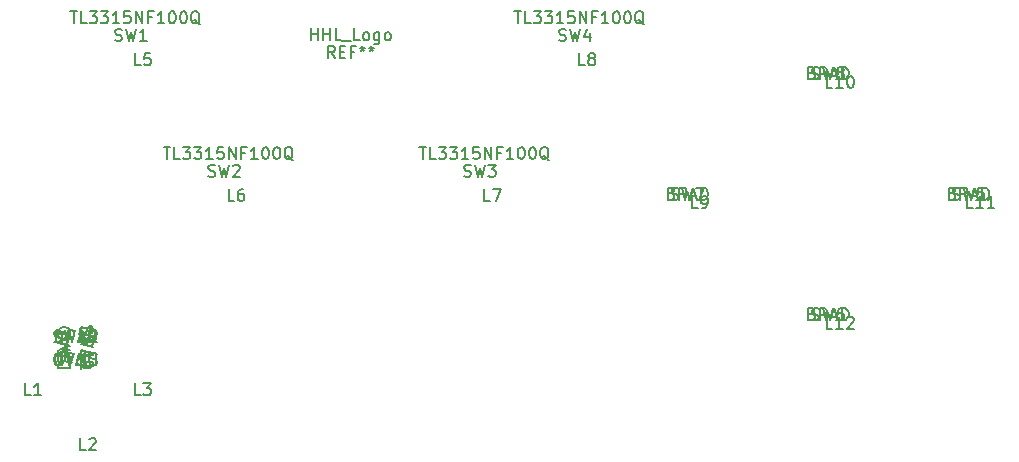
<source format=gbr>
G04 #@! TF.GenerationSoftware,KiCad,Pcbnew,7.0.6*
G04 #@! TF.CreationDate,2023-09-27T17:44:09-07:00*
G04 #@! TF.ProjectId,procon_tactile_button_board,70726f63-6f6e-45f7-9461-6374696c655f,rev?*
G04 #@! TF.SameCoordinates,Original*
G04 #@! TF.FileFunction,AssemblyDrawing,Top*
%FSLAX46Y46*%
G04 Gerber Fmt 4.6, Leading zero omitted, Abs format (unit mm)*
G04 Created by KiCad (PCBNEW 7.0.6) date 2023-09-27 17:44:09*
%MOMM*%
%LPD*%
G01*
G04 APERTURE LIST*
%ADD10C,0.150000*%
G04 APERTURE END LIST*
D10*
X156628952Y-121938019D02*
X157200380Y-121938019D01*
X156914666Y-122938019D02*
X156914666Y-121938019D01*
X158009904Y-122938019D02*
X157533714Y-122938019D01*
X157533714Y-122938019D02*
X157533714Y-121938019D01*
X158248000Y-121938019D02*
X158867047Y-121938019D01*
X158867047Y-121938019D02*
X158533714Y-122318971D01*
X158533714Y-122318971D02*
X158676571Y-122318971D01*
X158676571Y-122318971D02*
X158771809Y-122366590D01*
X158771809Y-122366590D02*
X158819428Y-122414209D01*
X158819428Y-122414209D02*
X158867047Y-122509447D01*
X158867047Y-122509447D02*
X158867047Y-122747542D01*
X158867047Y-122747542D02*
X158819428Y-122842780D01*
X158819428Y-122842780D02*
X158771809Y-122890400D01*
X158771809Y-122890400D02*
X158676571Y-122938019D01*
X158676571Y-122938019D02*
X158390857Y-122938019D01*
X158390857Y-122938019D02*
X158295619Y-122890400D01*
X158295619Y-122890400D02*
X158248000Y-122842780D01*
X159200381Y-121938019D02*
X159819428Y-121938019D01*
X159819428Y-121938019D02*
X159486095Y-122318971D01*
X159486095Y-122318971D02*
X159628952Y-122318971D01*
X159628952Y-122318971D02*
X159724190Y-122366590D01*
X159724190Y-122366590D02*
X159771809Y-122414209D01*
X159771809Y-122414209D02*
X159819428Y-122509447D01*
X159819428Y-122509447D02*
X159819428Y-122747542D01*
X159819428Y-122747542D02*
X159771809Y-122842780D01*
X159771809Y-122842780D02*
X159724190Y-122890400D01*
X159724190Y-122890400D02*
X159628952Y-122938019D01*
X159628952Y-122938019D02*
X159343238Y-122938019D01*
X159343238Y-122938019D02*
X159248000Y-122890400D01*
X159248000Y-122890400D02*
X159200381Y-122842780D01*
X160771809Y-122938019D02*
X160200381Y-122938019D01*
X160486095Y-122938019D02*
X160486095Y-121938019D01*
X160486095Y-121938019D02*
X160390857Y-122080876D01*
X160390857Y-122080876D02*
X160295619Y-122176114D01*
X160295619Y-122176114D02*
X160200381Y-122223733D01*
X161676571Y-121938019D02*
X161200381Y-121938019D01*
X161200381Y-121938019D02*
X161152762Y-122414209D01*
X161152762Y-122414209D02*
X161200381Y-122366590D01*
X161200381Y-122366590D02*
X161295619Y-122318971D01*
X161295619Y-122318971D02*
X161533714Y-122318971D01*
X161533714Y-122318971D02*
X161628952Y-122366590D01*
X161628952Y-122366590D02*
X161676571Y-122414209D01*
X161676571Y-122414209D02*
X161724190Y-122509447D01*
X161724190Y-122509447D02*
X161724190Y-122747542D01*
X161724190Y-122747542D02*
X161676571Y-122842780D01*
X161676571Y-122842780D02*
X161628952Y-122890400D01*
X161628952Y-122890400D02*
X161533714Y-122938019D01*
X161533714Y-122938019D02*
X161295619Y-122938019D01*
X161295619Y-122938019D02*
X161200381Y-122890400D01*
X161200381Y-122890400D02*
X161152762Y-122842780D01*
X162152762Y-122938019D02*
X162152762Y-121938019D01*
X162152762Y-121938019D02*
X162724190Y-122938019D01*
X162724190Y-122938019D02*
X162724190Y-121938019D01*
X163533714Y-122414209D02*
X163200381Y-122414209D01*
X163200381Y-122938019D02*
X163200381Y-121938019D01*
X163200381Y-121938019D02*
X163676571Y-121938019D01*
X164581333Y-122938019D02*
X164009905Y-122938019D01*
X164295619Y-122938019D02*
X164295619Y-121938019D01*
X164295619Y-121938019D02*
X164200381Y-122080876D01*
X164200381Y-122080876D02*
X164105143Y-122176114D01*
X164105143Y-122176114D02*
X164009905Y-122223733D01*
X165200381Y-121938019D02*
X165295619Y-121938019D01*
X165295619Y-121938019D02*
X165390857Y-121985638D01*
X165390857Y-121985638D02*
X165438476Y-122033257D01*
X165438476Y-122033257D02*
X165486095Y-122128495D01*
X165486095Y-122128495D02*
X165533714Y-122318971D01*
X165533714Y-122318971D02*
X165533714Y-122557066D01*
X165533714Y-122557066D02*
X165486095Y-122747542D01*
X165486095Y-122747542D02*
X165438476Y-122842780D01*
X165438476Y-122842780D02*
X165390857Y-122890400D01*
X165390857Y-122890400D02*
X165295619Y-122938019D01*
X165295619Y-122938019D02*
X165200381Y-122938019D01*
X165200381Y-122938019D02*
X165105143Y-122890400D01*
X165105143Y-122890400D02*
X165057524Y-122842780D01*
X165057524Y-122842780D02*
X165009905Y-122747542D01*
X165009905Y-122747542D02*
X164962286Y-122557066D01*
X164962286Y-122557066D02*
X164962286Y-122318971D01*
X164962286Y-122318971D02*
X165009905Y-122128495D01*
X165009905Y-122128495D02*
X165057524Y-122033257D01*
X165057524Y-122033257D02*
X165105143Y-121985638D01*
X165105143Y-121985638D02*
X165200381Y-121938019D01*
X166152762Y-121938019D02*
X166248000Y-121938019D01*
X166248000Y-121938019D02*
X166343238Y-121985638D01*
X166343238Y-121985638D02*
X166390857Y-122033257D01*
X166390857Y-122033257D02*
X166438476Y-122128495D01*
X166438476Y-122128495D02*
X166486095Y-122318971D01*
X166486095Y-122318971D02*
X166486095Y-122557066D01*
X166486095Y-122557066D02*
X166438476Y-122747542D01*
X166438476Y-122747542D02*
X166390857Y-122842780D01*
X166390857Y-122842780D02*
X166343238Y-122890400D01*
X166343238Y-122890400D02*
X166248000Y-122938019D01*
X166248000Y-122938019D02*
X166152762Y-122938019D01*
X166152762Y-122938019D02*
X166057524Y-122890400D01*
X166057524Y-122890400D02*
X166009905Y-122842780D01*
X166009905Y-122842780D02*
X165962286Y-122747542D01*
X165962286Y-122747542D02*
X165914667Y-122557066D01*
X165914667Y-122557066D02*
X165914667Y-122318971D01*
X165914667Y-122318971D02*
X165962286Y-122128495D01*
X165962286Y-122128495D02*
X166009905Y-122033257D01*
X166009905Y-122033257D02*
X166057524Y-121985638D01*
X166057524Y-121985638D02*
X166152762Y-121938019D01*
X167581333Y-123033257D02*
X167486095Y-122985638D01*
X167486095Y-122985638D02*
X167390857Y-122890400D01*
X167390857Y-122890400D02*
X167248000Y-122747542D01*
X167248000Y-122747542D02*
X167152762Y-122699923D01*
X167152762Y-122699923D02*
X167057524Y-122699923D01*
X167105143Y-122938019D02*
X167009905Y-122890400D01*
X167009905Y-122890400D02*
X166914667Y-122795161D01*
X166914667Y-122795161D02*
X166867048Y-122604685D01*
X166867048Y-122604685D02*
X166867048Y-122271352D01*
X166867048Y-122271352D02*
X166914667Y-122080876D01*
X166914667Y-122080876D02*
X167009905Y-121985638D01*
X167009905Y-121985638D02*
X167105143Y-121938019D01*
X167105143Y-121938019D02*
X167295619Y-121938019D01*
X167295619Y-121938019D02*
X167390857Y-121985638D01*
X167390857Y-121985638D02*
X167486095Y-122080876D01*
X167486095Y-122080876D02*
X167533714Y-122271352D01*
X167533714Y-122271352D02*
X167533714Y-122604685D01*
X167533714Y-122604685D02*
X167486095Y-122795161D01*
X167486095Y-122795161D02*
X167390857Y-122890400D01*
X167390857Y-122890400D02*
X167295619Y-122938019D01*
X167295619Y-122938019D02*
X167105143Y-122938019D01*
X160414667Y-124390400D02*
X160557524Y-124438019D01*
X160557524Y-124438019D02*
X160795619Y-124438019D01*
X160795619Y-124438019D02*
X160890857Y-124390400D01*
X160890857Y-124390400D02*
X160938476Y-124342780D01*
X160938476Y-124342780D02*
X160986095Y-124247542D01*
X160986095Y-124247542D02*
X160986095Y-124152304D01*
X160986095Y-124152304D02*
X160938476Y-124057066D01*
X160938476Y-124057066D02*
X160890857Y-124009447D01*
X160890857Y-124009447D02*
X160795619Y-123961828D01*
X160795619Y-123961828D02*
X160605143Y-123914209D01*
X160605143Y-123914209D02*
X160509905Y-123866590D01*
X160509905Y-123866590D02*
X160462286Y-123818971D01*
X160462286Y-123818971D02*
X160414667Y-123723733D01*
X160414667Y-123723733D02*
X160414667Y-123628495D01*
X160414667Y-123628495D02*
X160462286Y-123533257D01*
X160462286Y-123533257D02*
X160509905Y-123485638D01*
X160509905Y-123485638D02*
X160605143Y-123438019D01*
X160605143Y-123438019D02*
X160843238Y-123438019D01*
X160843238Y-123438019D02*
X160986095Y-123485638D01*
X161319429Y-123438019D02*
X161557524Y-124438019D01*
X161557524Y-124438019D02*
X161748000Y-123723733D01*
X161748000Y-123723733D02*
X161938476Y-124438019D01*
X161938476Y-124438019D02*
X162176572Y-123438019D01*
X162986095Y-123771352D02*
X162986095Y-124438019D01*
X162748000Y-123390400D02*
X162509905Y-124104685D01*
X162509905Y-124104685D02*
X163128952Y-124104685D01*
X126928952Y-133438019D02*
X127500380Y-133438019D01*
X127214666Y-134438019D02*
X127214666Y-133438019D01*
X128309904Y-134438019D02*
X127833714Y-134438019D01*
X127833714Y-134438019D02*
X127833714Y-133438019D01*
X128548000Y-133438019D02*
X129167047Y-133438019D01*
X129167047Y-133438019D02*
X128833714Y-133818971D01*
X128833714Y-133818971D02*
X128976571Y-133818971D01*
X128976571Y-133818971D02*
X129071809Y-133866590D01*
X129071809Y-133866590D02*
X129119428Y-133914209D01*
X129119428Y-133914209D02*
X129167047Y-134009447D01*
X129167047Y-134009447D02*
X129167047Y-134247542D01*
X129167047Y-134247542D02*
X129119428Y-134342780D01*
X129119428Y-134342780D02*
X129071809Y-134390400D01*
X129071809Y-134390400D02*
X128976571Y-134438019D01*
X128976571Y-134438019D02*
X128690857Y-134438019D01*
X128690857Y-134438019D02*
X128595619Y-134390400D01*
X128595619Y-134390400D02*
X128548000Y-134342780D01*
X129500381Y-133438019D02*
X130119428Y-133438019D01*
X130119428Y-133438019D02*
X129786095Y-133818971D01*
X129786095Y-133818971D02*
X129928952Y-133818971D01*
X129928952Y-133818971D02*
X130024190Y-133866590D01*
X130024190Y-133866590D02*
X130071809Y-133914209D01*
X130071809Y-133914209D02*
X130119428Y-134009447D01*
X130119428Y-134009447D02*
X130119428Y-134247542D01*
X130119428Y-134247542D02*
X130071809Y-134342780D01*
X130071809Y-134342780D02*
X130024190Y-134390400D01*
X130024190Y-134390400D02*
X129928952Y-134438019D01*
X129928952Y-134438019D02*
X129643238Y-134438019D01*
X129643238Y-134438019D02*
X129548000Y-134390400D01*
X129548000Y-134390400D02*
X129500381Y-134342780D01*
X131071809Y-134438019D02*
X130500381Y-134438019D01*
X130786095Y-134438019D02*
X130786095Y-133438019D01*
X130786095Y-133438019D02*
X130690857Y-133580876D01*
X130690857Y-133580876D02*
X130595619Y-133676114D01*
X130595619Y-133676114D02*
X130500381Y-133723733D01*
X131976571Y-133438019D02*
X131500381Y-133438019D01*
X131500381Y-133438019D02*
X131452762Y-133914209D01*
X131452762Y-133914209D02*
X131500381Y-133866590D01*
X131500381Y-133866590D02*
X131595619Y-133818971D01*
X131595619Y-133818971D02*
X131833714Y-133818971D01*
X131833714Y-133818971D02*
X131928952Y-133866590D01*
X131928952Y-133866590D02*
X131976571Y-133914209D01*
X131976571Y-133914209D02*
X132024190Y-134009447D01*
X132024190Y-134009447D02*
X132024190Y-134247542D01*
X132024190Y-134247542D02*
X131976571Y-134342780D01*
X131976571Y-134342780D02*
X131928952Y-134390400D01*
X131928952Y-134390400D02*
X131833714Y-134438019D01*
X131833714Y-134438019D02*
X131595619Y-134438019D01*
X131595619Y-134438019D02*
X131500381Y-134390400D01*
X131500381Y-134390400D02*
X131452762Y-134342780D01*
X132452762Y-134438019D02*
X132452762Y-133438019D01*
X132452762Y-133438019D02*
X133024190Y-134438019D01*
X133024190Y-134438019D02*
X133024190Y-133438019D01*
X133833714Y-133914209D02*
X133500381Y-133914209D01*
X133500381Y-134438019D02*
X133500381Y-133438019D01*
X133500381Y-133438019D02*
X133976571Y-133438019D01*
X134881333Y-134438019D02*
X134309905Y-134438019D01*
X134595619Y-134438019D02*
X134595619Y-133438019D01*
X134595619Y-133438019D02*
X134500381Y-133580876D01*
X134500381Y-133580876D02*
X134405143Y-133676114D01*
X134405143Y-133676114D02*
X134309905Y-133723733D01*
X135500381Y-133438019D02*
X135595619Y-133438019D01*
X135595619Y-133438019D02*
X135690857Y-133485638D01*
X135690857Y-133485638D02*
X135738476Y-133533257D01*
X135738476Y-133533257D02*
X135786095Y-133628495D01*
X135786095Y-133628495D02*
X135833714Y-133818971D01*
X135833714Y-133818971D02*
X135833714Y-134057066D01*
X135833714Y-134057066D02*
X135786095Y-134247542D01*
X135786095Y-134247542D02*
X135738476Y-134342780D01*
X135738476Y-134342780D02*
X135690857Y-134390400D01*
X135690857Y-134390400D02*
X135595619Y-134438019D01*
X135595619Y-134438019D02*
X135500381Y-134438019D01*
X135500381Y-134438019D02*
X135405143Y-134390400D01*
X135405143Y-134390400D02*
X135357524Y-134342780D01*
X135357524Y-134342780D02*
X135309905Y-134247542D01*
X135309905Y-134247542D02*
X135262286Y-134057066D01*
X135262286Y-134057066D02*
X135262286Y-133818971D01*
X135262286Y-133818971D02*
X135309905Y-133628495D01*
X135309905Y-133628495D02*
X135357524Y-133533257D01*
X135357524Y-133533257D02*
X135405143Y-133485638D01*
X135405143Y-133485638D02*
X135500381Y-133438019D01*
X136452762Y-133438019D02*
X136548000Y-133438019D01*
X136548000Y-133438019D02*
X136643238Y-133485638D01*
X136643238Y-133485638D02*
X136690857Y-133533257D01*
X136690857Y-133533257D02*
X136738476Y-133628495D01*
X136738476Y-133628495D02*
X136786095Y-133818971D01*
X136786095Y-133818971D02*
X136786095Y-134057066D01*
X136786095Y-134057066D02*
X136738476Y-134247542D01*
X136738476Y-134247542D02*
X136690857Y-134342780D01*
X136690857Y-134342780D02*
X136643238Y-134390400D01*
X136643238Y-134390400D02*
X136548000Y-134438019D01*
X136548000Y-134438019D02*
X136452762Y-134438019D01*
X136452762Y-134438019D02*
X136357524Y-134390400D01*
X136357524Y-134390400D02*
X136309905Y-134342780D01*
X136309905Y-134342780D02*
X136262286Y-134247542D01*
X136262286Y-134247542D02*
X136214667Y-134057066D01*
X136214667Y-134057066D02*
X136214667Y-133818971D01*
X136214667Y-133818971D02*
X136262286Y-133628495D01*
X136262286Y-133628495D02*
X136309905Y-133533257D01*
X136309905Y-133533257D02*
X136357524Y-133485638D01*
X136357524Y-133485638D02*
X136452762Y-133438019D01*
X137881333Y-134533257D02*
X137786095Y-134485638D01*
X137786095Y-134485638D02*
X137690857Y-134390400D01*
X137690857Y-134390400D02*
X137548000Y-134247542D01*
X137548000Y-134247542D02*
X137452762Y-134199923D01*
X137452762Y-134199923D02*
X137357524Y-134199923D01*
X137405143Y-134438019D02*
X137309905Y-134390400D01*
X137309905Y-134390400D02*
X137214667Y-134295161D01*
X137214667Y-134295161D02*
X137167048Y-134104685D01*
X137167048Y-134104685D02*
X137167048Y-133771352D01*
X137167048Y-133771352D02*
X137214667Y-133580876D01*
X137214667Y-133580876D02*
X137309905Y-133485638D01*
X137309905Y-133485638D02*
X137405143Y-133438019D01*
X137405143Y-133438019D02*
X137595619Y-133438019D01*
X137595619Y-133438019D02*
X137690857Y-133485638D01*
X137690857Y-133485638D02*
X137786095Y-133580876D01*
X137786095Y-133580876D02*
X137833714Y-133771352D01*
X137833714Y-133771352D02*
X137833714Y-134104685D01*
X137833714Y-134104685D02*
X137786095Y-134295161D01*
X137786095Y-134295161D02*
X137690857Y-134390400D01*
X137690857Y-134390400D02*
X137595619Y-134438019D01*
X137595619Y-134438019D02*
X137405143Y-134438019D01*
X130714667Y-135890400D02*
X130857524Y-135938019D01*
X130857524Y-135938019D02*
X131095619Y-135938019D01*
X131095619Y-135938019D02*
X131190857Y-135890400D01*
X131190857Y-135890400D02*
X131238476Y-135842780D01*
X131238476Y-135842780D02*
X131286095Y-135747542D01*
X131286095Y-135747542D02*
X131286095Y-135652304D01*
X131286095Y-135652304D02*
X131238476Y-135557066D01*
X131238476Y-135557066D02*
X131190857Y-135509447D01*
X131190857Y-135509447D02*
X131095619Y-135461828D01*
X131095619Y-135461828D02*
X130905143Y-135414209D01*
X130905143Y-135414209D02*
X130809905Y-135366590D01*
X130809905Y-135366590D02*
X130762286Y-135318971D01*
X130762286Y-135318971D02*
X130714667Y-135223733D01*
X130714667Y-135223733D02*
X130714667Y-135128495D01*
X130714667Y-135128495D02*
X130762286Y-135033257D01*
X130762286Y-135033257D02*
X130809905Y-134985638D01*
X130809905Y-134985638D02*
X130905143Y-134938019D01*
X130905143Y-134938019D02*
X131143238Y-134938019D01*
X131143238Y-134938019D02*
X131286095Y-134985638D01*
X131619429Y-134938019D02*
X131857524Y-135938019D01*
X131857524Y-135938019D02*
X132048000Y-135223733D01*
X132048000Y-135223733D02*
X132238476Y-135938019D01*
X132238476Y-135938019D02*
X132476572Y-134938019D01*
X132809905Y-135033257D02*
X132857524Y-134985638D01*
X132857524Y-134985638D02*
X132952762Y-134938019D01*
X132952762Y-134938019D02*
X133190857Y-134938019D01*
X133190857Y-134938019D02*
X133286095Y-134985638D01*
X133286095Y-134985638D02*
X133333714Y-135033257D01*
X133333714Y-135033257D02*
X133381333Y-135128495D01*
X133381333Y-135128495D02*
X133381333Y-135223733D01*
X133381333Y-135223733D02*
X133333714Y-135366590D01*
X133333714Y-135366590D02*
X132762286Y-135938019D01*
X132762286Y-135938019D02*
X133381333Y-135938019D01*
X132897333Y-137996819D02*
X132421143Y-137996819D01*
X132421143Y-137996819D02*
X132421143Y-136996819D01*
X133659238Y-136996819D02*
X133468762Y-136996819D01*
X133468762Y-136996819D02*
X133373524Y-137044438D01*
X133373524Y-137044438D02*
X133325905Y-137092057D01*
X133325905Y-137092057D02*
X133230667Y-137234914D01*
X133230667Y-137234914D02*
X133183048Y-137425390D01*
X133183048Y-137425390D02*
X133183048Y-137806342D01*
X133183048Y-137806342D02*
X133230667Y-137901580D01*
X133230667Y-137901580D02*
X133278286Y-137949200D01*
X133278286Y-137949200D02*
X133373524Y-137996819D01*
X133373524Y-137996819D02*
X133564000Y-137996819D01*
X133564000Y-137996819D02*
X133659238Y-137949200D01*
X133659238Y-137949200D02*
X133706857Y-137901580D01*
X133706857Y-137901580D02*
X133754476Y-137806342D01*
X133754476Y-137806342D02*
X133754476Y-137568247D01*
X133754476Y-137568247D02*
X133706857Y-137473009D01*
X133706857Y-137473009D02*
X133659238Y-137425390D01*
X133659238Y-137425390D02*
X133564000Y-137377771D01*
X133564000Y-137377771D02*
X133373524Y-137377771D01*
X133373524Y-137377771D02*
X133278286Y-137425390D01*
X133278286Y-137425390D02*
X133230667Y-137473009D01*
X133230667Y-137473009D02*
X133183048Y-137568247D01*
X119028952Y-121938019D02*
X119600380Y-121938019D01*
X119314666Y-122938019D02*
X119314666Y-121938019D01*
X120409904Y-122938019D02*
X119933714Y-122938019D01*
X119933714Y-122938019D02*
X119933714Y-121938019D01*
X120648000Y-121938019D02*
X121267047Y-121938019D01*
X121267047Y-121938019D02*
X120933714Y-122318971D01*
X120933714Y-122318971D02*
X121076571Y-122318971D01*
X121076571Y-122318971D02*
X121171809Y-122366590D01*
X121171809Y-122366590D02*
X121219428Y-122414209D01*
X121219428Y-122414209D02*
X121267047Y-122509447D01*
X121267047Y-122509447D02*
X121267047Y-122747542D01*
X121267047Y-122747542D02*
X121219428Y-122842780D01*
X121219428Y-122842780D02*
X121171809Y-122890400D01*
X121171809Y-122890400D02*
X121076571Y-122938019D01*
X121076571Y-122938019D02*
X120790857Y-122938019D01*
X120790857Y-122938019D02*
X120695619Y-122890400D01*
X120695619Y-122890400D02*
X120648000Y-122842780D01*
X121600381Y-121938019D02*
X122219428Y-121938019D01*
X122219428Y-121938019D02*
X121886095Y-122318971D01*
X121886095Y-122318971D02*
X122028952Y-122318971D01*
X122028952Y-122318971D02*
X122124190Y-122366590D01*
X122124190Y-122366590D02*
X122171809Y-122414209D01*
X122171809Y-122414209D02*
X122219428Y-122509447D01*
X122219428Y-122509447D02*
X122219428Y-122747542D01*
X122219428Y-122747542D02*
X122171809Y-122842780D01*
X122171809Y-122842780D02*
X122124190Y-122890400D01*
X122124190Y-122890400D02*
X122028952Y-122938019D01*
X122028952Y-122938019D02*
X121743238Y-122938019D01*
X121743238Y-122938019D02*
X121648000Y-122890400D01*
X121648000Y-122890400D02*
X121600381Y-122842780D01*
X123171809Y-122938019D02*
X122600381Y-122938019D01*
X122886095Y-122938019D02*
X122886095Y-121938019D01*
X122886095Y-121938019D02*
X122790857Y-122080876D01*
X122790857Y-122080876D02*
X122695619Y-122176114D01*
X122695619Y-122176114D02*
X122600381Y-122223733D01*
X124076571Y-121938019D02*
X123600381Y-121938019D01*
X123600381Y-121938019D02*
X123552762Y-122414209D01*
X123552762Y-122414209D02*
X123600381Y-122366590D01*
X123600381Y-122366590D02*
X123695619Y-122318971D01*
X123695619Y-122318971D02*
X123933714Y-122318971D01*
X123933714Y-122318971D02*
X124028952Y-122366590D01*
X124028952Y-122366590D02*
X124076571Y-122414209D01*
X124076571Y-122414209D02*
X124124190Y-122509447D01*
X124124190Y-122509447D02*
X124124190Y-122747542D01*
X124124190Y-122747542D02*
X124076571Y-122842780D01*
X124076571Y-122842780D02*
X124028952Y-122890400D01*
X124028952Y-122890400D02*
X123933714Y-122938019D01*
X123933714Y-122938019D02*
X123695619Y-122938019D01*
X123695619Y-122938019D02*
X123600381Y-122890400D01*
X123600381Y-122890400D02*
X123552762Y-122842780D01*
X124552762Y-122938019D02*
X124552762Y-121938019D01*
X124552762Y-121938019D02*
X125124190Y-122938019D01*
X125124190Y-122938019D02*
X125124190Y-121938019D01*
X125933714Y-122414209D02*
X125600381Y-122414209D01*
X125600381Y-122938019D02*
X125600381Y-121938019D01*
X125600381Y-121938019D02*
X126076571Y-121938019D01*
X126981333Y-122938019D02*
X126409905Y-122938019D01*
X126695619Y-122938019D02*
X126695619Y-121938019D01*
X126695619Y-121938019D02*
X126600381Y-122080876D01*
X126600381Y-122080876D02*
X126505143Y-122176114D01*
X126505143Y-122176114D02*
X126409905Y-122223733D01*
X127600381Y-121938019D02*
X127695619Y-121938019D01*
X127695619Y-121938019D02*
X127790857Y-121985638D01*
X127790857Y-121985638D02*
X127838476Y-122033257D01*
X127838476Y-122033257D02*
X127886095Y-122128495D01*
X127886095Y-122128495D02*
X127933714Y-122318971D01*
X127933714Y-122318971D02*
X127933714Y-122557066D01*
X127933714Y-122557066D02*
X127886095Y-122747542D01*
X127886095Y-122747542D02*
X127838476Y-122842780D01*
X127838476Y-122842780D02*
X127790857Y-122890400D01*
X127790857Y-122890400D02*
X127695619Y-122938019D01*
X127695619Y-122938019D02*
X127600381Y-122938019D01*
X127600381Y-122938019D02*
X127505143Y-122890400D01*
X127505143Y-122890400D02*
X127457524Y-122842780D01*
X127457524Y-122842780D02*
X127409905Y-122747542D01*
X127409905Y-122747542D02*
X127362286Y-122557066D01*
X127362286Y-122557066D02*
X127362286Y-122318971D01*
X127362286Y-122318971D02*
X127409905Y-122128495D01*
X127409905Y-122128495D02*
X127457524Y-122033257D01*
X127457524Y-122033257D02*
X127505143Y-121985638D01*
X127505143Y-121985638D02*
X127600381Y-121938019D01*
X128552762Y-121938019D02*
X128648000Y-121938019D01*
X128648000Y-121938019D02*
X128743238Y-121985638D01*
X128743238Y-121985638D02*
X128790857Y-122033257D01*
X128790857Y-122033257D02*
X128838476Y-122128495D01*
X128838476Y-122128495D02*
X128886095Y-122318971D01*
X128886095Y-122318971D02*
X128886095Y-122557066D01*
X128886095Y-122557066D02*
X128838476Y-122747542D01*
X128838476Y-122747542D02*
X128790857Y-122842780D01*
X128790857Y-122842780D02*
X128743238Y-122890400D01*
X128743238Y-122890400D02*
X128648000Y-122938019D01*
X128648000Y-122938019D02*
X128552762Y-122938019D01*
X128552762Y-122938019D02*
X128457524Y-122890400D01*
X128457524Y-122890400D02*
X128409905Y-122842780D01*
X128409905Y-122842780D02*
X128362286Y-122747542D01*
X128362286Y-122747542D02*
X128314667Y-122557066D01*
X128314667Y-122557066D02*
X128314667Y-122318971D01*
X128314667Y-122318971D02*
X128362286Y-122128495D01*
X128362286Y-122128495D02*
X128409905Y-122033257D01*
X128409905Y-122033257D02*
X128457524Y-121985638D01*
X128457524Y-121985638D02*
X128552762Y-121938019D01*
X129981333Y-123033257D02*
X129886095Y-122985638D01*
X129886095Y-122985638D02*
X129790857Y-122890400D01*
X129790857Y-122890400D02*
X129648000Y-122747542D01*
X129648000Y-122747542D02*
X129552762Y-122699923D01*
X129552762Y-122699923D02*
X129457524Y-122699923D01*
X129505143Y-122938019D02*
X129409905Y-122890400D01*
X129409905Y-122890400D02*
X129314667Y-122795161D01*
X129314667Y-122795161D02*
X129267048Y-122604685D01*
X129267048Y-122604685D02*
X129267048Y-122271352D01*
X129267048Y-122271352D02*
X129314667Y-122080876D01*
X129314667Y-122080876D02*
X129409905Y-121985638D01*
X129409905Y-121985638D02*
X129505143Y-121938019D01*
X129505143Y-121938019D02*
X129695619Y-121938019D01*
X129695619Y-121938019D02*
X129790857Y-121985638D01*
X129790857Y-121985638D02*
X129886095Y-122080876D01*
X129886095Y-122080876D02*
X129933714Y-122271352D01*
X129933714Y-122271352D02*
X129933714Y-122604685D01*
X129933714Y-122604685D02*
X129886095Y-122795161D01*
X129886095Y-122795161D02*
X129790857Y-122890400D01*
X129790857Y-122890400D02*
X129695619Y-122938019D01*
X129695619Y-122938019D02*
X129505143Y-122938019D01*
X122814667Y-124390400D02*
X122957524Y-124438019D01*
X122957524Y-124438019D02*
X123195619Y-124438019D01*
X123195619Y-124438019D02*
X123290857Y-124390400D01*
X123290857Y-124390400D02*
X123338476Y-124342780D01*
X123338476Y-124342780D02*
X123386095Y-124247542D01*
X123386095Y-124247542D02*
X123386095Y-124152304D01*
X123386095Y-124152304D02*
X123338476Y-124057066D01*
X123338476Y-124057066D02*
X123290857Y-124009447D01*
X123290857Y-124009447D02*
X123195619Y-123961828D01*
X123195619Y-123961828D02*
X123005143Y-123914209D01*
X123005143Y-123914209D02*
X122909905Y-123866590D01*
X122909905Y-123866590D02*
X122862286Y-123818971D01*
X122862286Y-123818971D02*
X122814667Y-123723733D01*
X122814667Y-123723733D02*
X122814667Y-123628495D01*
X122814667Y-123628495D02*
X122862286Y-123533257D01*
X122862286Y-123533257D02*
X122909905Y-123485638D01*
X122909905Y-123485638D02*
X123005143Y-123438019D01*
X123005143Y-123438019D02*
X123243238Y-123438019D01*
X123243238Y-123438019D02*
X123386095Y-123485638D01*
X123719429Y-123438019D02*
X123957524Y-124438019D01*
X123957524Y-124438019D02*
X124148000Y-123723733D01*
X124148000Y-123723733D02*
X124338476Y-124438019D01*
X124338476Y-124438019D02*
X124576572Y-123438019D01*
X125481333Y-124438019D02*
X124909905Y-124438019D01*
X125195619Y-124438019D02*
X125195619Y-123438019D01*
X125195619Y-123438019D02*
X125100381Y-123580876D01*
X125100381Y-123580876D02*
X125005143Y-123676114D01*
X125005143Y-123676114D02*
X124909905Y-123723733D01*
X120327333Y-149781819D02*
X119851143Y-149781819D01*
X119851143Y-149781819D02*
X119851143Y-148781819D01*
X121089238Y-149115152D02*
X121089238Y-149781819D01*
X120851143Y-148734200D02*
X120613048Y-149448485D01*
X120613048Y-149448485D02*
X121232095Y-149448485D01*
X120327333Y-159081819D02*
X119851143Y-159081819D01*
X119851143Y-159081819D02*
X119851143Y-158081819D01*
X120613048Y-158177057D02*
X120660667Y-158129438D01*
X120660667Y-158129438D02*
X120755905Y-158081819D01*
X120755905Y-158081819D02*
X120994000Y-158081819D01*
X120994000Y-158081819D02*
X121089238Y-158129438D01*
X121089238Y-158129438D02*
X121136857Y-158177057D01*
X121136857Y-158177057D02*
X121184476Y-158272295D01*
X121184476Y-158272295D02*
X121184476Y-158367533D01*
X121184476Y-158367533D02*
X121136857Y-158510390D01*
X121136857Y-158510390D02*
X120565429Y-159081819D01*
X120565429Y-159081819D02*
X121184476Y-159081819D01*
X183551142Y-148806819D02*
X183074952Y-148806819D01*
X183074952Y-148806819D02*
X183074952Y-147806819D01*
X184408285Y-148806819D02*
X183836857Y-148806819D01*
X184122571Y-148806819D02*
X184122571Y-147806819D01*
X184122571Y-147806819D02*
X184027333Y-147949676D01*
X184027333Y-147949676D02*
X183932095Y-148044914D01*
X183932095Y-148044914D02*
X183836857Y-148092533D01*
X184789238Y-147902057D02*
X184836857Y-147854438D01*
X184836857Y-147854438D02*
X184932095Y-147806819D01*
X184932095Y-147806819D02*
X185170190Y-147806819D01*
X185170190Y-147806819D02*
X185265428Y-147854438D01*
X185265428Y-147854438D02*
X185313047Y-147902057D01*
X185313047Y-147902057D02*
X185360666Y-147997295D01*
X185360666Y-147997295D02*
X185360666Y-148092533D01*
X185360666Y-148092533D02*
X185313047Y-148235390D01*
X185313047Y-148235390D02*
X184741619Y-148806819D01*
X184741619Y-148806819D02*
X185360666Y-148806819D01*
X124997333Y-126496819D02*
X124521143Y-126496819D01*
X124521143Y-126496819D02*
X124521143Y-125496819D01*
X125806857Y-125496819D02*
X125330667Y-125496819D01*
X125330667Y-125496819D02*
X125283048Y-125973009D01*
X125283048Y-125973009D02*
X125330667Y-125925390D01*
X125330667Y-125925390D02*
X125425905Y-125877771D01*
X125425905Y-125877771D02*
X125664000Y-125877771D01*
X125664000Y-125877771D02*
X125759238Y-125925390D01*
X125759238Y-125925390D02*
X125806857Y-125973009D01*
X125806857Y-125973009D02*
X125854476Y-126068247D01*
X125854476Y-126068247D02*
X125854476Y-126306342D01*
X125854476Y-126306342D02*
X125806857Y-126401580D01*
X125806857Y-126401580D02*
X125759238Y-126449200D01*
X125759238Y-126449200D02*
X125664000Y-126496819D01*
X125664000Y-126496819D02*
X125425905Y-126496819D01*
X125425905Y-126496819D02*
X125330667Y-126449200D01*
X125330667Y-126449200D02*
X125283048Y-126401580D01*
X139390857Y-124382819D02*
X139390857Y-123382819D01*
X139390857Y-123859009D02*
X139962285Y-123859009D01*
X139962285Y-124382819D02*
X139962285Y-123382819D01*
X140438476Y-124382819D02*
X140438476Y-123382819D01*
X140438476Y-123859009D02*
X141009904Y-123859009D01*
X141009904Y-124382819D02*
X141009904Y-123382819D01*
X141962285Y-124382819D02*
X141486095Y-124382819D01*
X141486095Y-124382819D02*
X141486095Y-123382819D01*
X142057524Y-124478057D02*
X142819428Y-124478057D01*
X143533714Y-124382819D02*
X143057524Y-124382819D01*
X143057524Y-124382819D02*
X143057524Y-123382819D01*
X144009905Y-124382819D02*
X143914667Y-124335200D01*
X143914667Y-124335200D02*
X143867048Y-124287580D01*
X143867048Y-124287580D02*
X143819429Y-124192342D01*
X143819429Y-124192342D02*
X143819429Y-123906628D01*
X143819429Y-123906628D02*
X143867048Y-123811390D01*
X143867048Y-123811390D02*
X143914667Y-123763771D01*
X143914667Y-123763771D02*
X144009905Y-123716152D01*
X144009905Y-123716152D02*
X144152762Y-123716152D01*
X144152762Y-123716152D02*
X144248000Y-123763771D01*
X144248000Y-123763771D02*
X144295619Y-123811390D01*
X144295619Y-123811390D02*
X144343238Y-123906628D01*
X144343238Y-123906628D02*
X144343238Y-124192342D01*
X144343238Y-124192342D02*
X144295619Y-124287580D01*
X144295619Y-124287580D02*
X144248000Y-124335200D01*
X144248000Y-124335200D02*
X144152762Y-124382819D01*
X144152762Y-124382819D02*
X144009905Y-124382819D01*
X145200381Y-123716152D02*
X145200381Y-124525676D01*
X145200381Y-124525676D02*
X145152762Y-124620914D01*
X145152762Y-124620914D02*
X145105143Y-124668533D01*
X145105143Y-124668533D02*
X145009905Y-124716152D01*
X145009905Y-124716152D02*
X144867048Y-124716152D01*
X144867048Y-124716152D02*
X144771810Y-124668533D01*
X145200381Y-124335200D02*
X145105143Y-124382819D01*
X145105143Y-124382819D02*
X144914667Y-124382819D01*
X144914667Y-124382819D02*
X144819429Y-124335200D01*
X144819429Y-124335200D02*
X144771810Y-124287580D01*
X144771810Y-124287580D02*
X144724191Y-124192342D01*
X144724191Y-124192342D02*
X144724191Y-123906628D01*
X144724191Y-123906628D02*
X144771810Y-123811390D01*
X144771810Y-123811390D02*
X144819429Y-123763771D01*
X144819429Y-123763771D02*
X144914667Y-123716152D01*
X144914667Y-123716152D02*
X145105143Y-123716152D01*
X145105143Y-123716152D02*
X145200381Y-123763771D01*
X145819429Y-124382819D02*
X145724191Y-124335200D01*
X145724191Y-124335200D02*
X145676572Y-124287580D01*
X145676572Y-124287580D02*
X145628953Y-124192342D01*
X145628953Y-124192342D02*
X145628953Y-123906628D01*
X145628953Y-123906628D02*
X145676572Y-123811390D01*
X145676572Y-123811390D02*
X145724191Y-123763771D01*
X145724191Y-123763771D02*
X145819429Y-123716152D01*
X145819429Y-123716152D02*
X145962286Y-123716152D01*
X145962286Y-123716152D02*
X146057524Y-123763771D01*
X146057524Y-123763771D02*
X146105143Y-123811390D01*
X146105143Y-123811390D02*
X146152762Y-123906628D01*
X146152762Y-123906628D02*
X146152762Y-124192342D01*
X146152762Y-124192342D02*
X146105143Y-124287580D01*
X146105143Y-124287580D02*
X146057524Y-124335200D01*
X146057524Y-124335200D02*
X145962286Y-124382819D01*
X145962286Y-124382819D02*
X145819429Y-124382819D01*
X141414666Y-125882819D02*
X141081333Y-125406628D01*
X140843238Y-125882819D02*
X140843238Y-124882819D01*
X140843238Y-124882819D02*
X141224190Y-124882819D01*
X141224190Y-124882819D02*
X141319428Y-124930438D01*
X141319428Y-124930438D02*
X141367047Y-124978057D01*
X141367047Y-124978057D02*
X141414666Y-125073295D01*
X141414666Y-125073295D02*
X141414666Y-125216152D01*
X141414666Y-125216152D02*
X141367047Y-125311390D01*
X141367047Y-125311390D02*
X141319428Y-125359009D01*
X141319428Y-125359009D02*
X141224190Y-125406628D01*
X141224190Y-125406628D02*
X140843238Y-125406628D01*
X141843238Y-125359009D02*
X142176571Y-125359009D01*
X142319428Y-125882819D02*
X141843238Y-125882819D01*
X141843238Y-125882819D02*
X141843238Y-124882819D01*
X141843238Y-124882819D02*
X142319428Y-124882819D01*
X143081333Y-125359009D02*
X142748000Y-125359009D01*
X142748000Y-125882819D02*
X142748000Y-124882819D01*
X142748000Y-124882819D02*
X143224190Y-124882819D01*
X143748000Y-124882819D02*
X143748000Y-125120914D01*
X143509905Y-125025676D02*
X143748000Y-125120914D01*
X143748000Y-125120914D02*
X143986095Y-125025676D01*
X143605143Y-125311390D02*
X143748000Y-125120914D01*
X143748000Y-125120914D02*
X143890857Y-125311390D01*
X144509905Y-124882819D02*
X144509905Y-125120914D01*
X144271810Y-125025676D02*
X144509905Y-125120914D01*
X144509905Y-125120914D02*
X144748000Y-125025676D01*
X144367048Y-125311390D02*
X144509905Y-125120914D01*
X144509905Y-125120914D02*
X144652762Y-125311390D01*
X172127333Y-138606819D02*
X171651143Y-138606819D01*
X171651143Y-138606819D02*
X171651143Y-137606819D01*
X172508286Y-138606819D02*
X172698762Y-138606819D01*
X172698762Y-138606819D02*
X172794000Y-138559200D01*
X172794000Y-138559200D02*
X172841619Y-138511580D01*
X172841619Y-138511580D02*
X172936857Y-138368723D01*
X172936857Y-138368723D02*
X172984476Y-138178247D01*
X172984476Y-138178247D02*
X172984476Y-137797295D01*
X172984476Y-137797295D02*
X172936857Y-137702057D01*
X172936857Y-137702057D02*
X172889238Y-137654438D01*
X172889238Y-137654438D02*
X172794000Y-137606819D01*
X172794000Y-137606819D02*
X172603524Y-137606819D01*
X172603524Y-137606819D02*
X172508286Y-137654438D01*
X172508286Y-137654438D02*
X172460667Y-137702057D01*
X172460667Y-137702057D02*
X172413048Y-137797295D01*
X172413048Y-137797295D02*
X172413048Y-138035390D01*
X172413048Y-138035390D02*
X172460667Y-138130628D01*
X172460667Y-138130628D02*
X172508286Y-138178247D01*
X172508286Y-138178247D02*
X172603524Y-138225866D01*
X172603524Y-138225866D02*
X172794000Y-138225866D01*
X172794000Y-138225866D02*
X172889238Y-138178247D01*
X172889238Y-138178247D02*
X172936857Y-138130628D01*
X172936857Y-138130628D02*
X172984476Y-138035390D01*
X121168475Y-150888980D02*
X121168475Y-151888980D01*
X121168475Y-151888980D02*
X120930380Y-151888980D01*
X120930380Y-151888980D02*
X120787523Y-151841361D01*
X120787523Y-151841361D02*
X120692285Y-151746123D01*
X120692285Y-151746123D02*
X120644666Y-151650885D01*
X120644666Y-151650885D02*
X120597047Y-151460409D01*
X120597047Y-151460409D02*
X120597047Y-151317552D01*
X120597047Y-151317552D02*
X120644666Y-151127076D01*
X120644666Y-151127076D02*
X120692285Y-151031838D01*
X120692285Y-151031838D02*
X120787523Y-150936600D01*
X120787523Y-150936600D02*
X120930380Y-150888980D01*
X120930380Y-150888980D02*
X121168475Y-150888980D01*
X120168475Y-150888980D02*
X120168475Y-151888980D01*
X120168475Y-151888980D02*
X119787523Y-151888980D01*
X119787523Y-151888980D02*
X119692285Y-151841361D01*
X119692285Y-151841361D02*
X119644666Y-151793742D01*
X119644666Y-151793742D02*
X119597047Y-151698504D01*
X119597047Y-151698504D02*
X119597047Y-151555647D01*
X119597047Y-151555647D02*
X119644666Y-151460409D01*
X119644666Y-151460409D02*
X119692285Y-151412790D01*
X119692285Y-151412790D02*
X119787523Y-151365171D01*
X119787523Y-151365171D02*
X120168475Y-151365171D01*
X119216094Y-151174695D02*
X118739904Y-151174695D01*
X119311332Y-150888980D02*
X118977999Y-151888980D01*
X118977999Y-151888980D02*
X118644666Y-150888980D01*
X118311332Y-150888980D02*
X118311332Y-151888980D01*
X118311332Y-151888980D02*
X118073237Y-151888980D01*
X118073237Y-151888980D02*
X117930380Y-151841361D01*
X117930380Y-151841361D02*
X117835142Y-151746123D01*
X117835142Y-151746123D02*
X117787523Y-151650885D01*
X117787523Y-151650885D02*
X117739904Y-151460409D01*
X117739904Y-151460409D02*
X117739904Y-151317552D01*
X117739904Y-151317552D02*
X117787523Y-151127076D01*
X117787523Y-151127076D02*
X117835142Y-151031838D01*
X117835142Y-151031838D02*
X117930380Y-150936600D01*
X117930380Y-150936600D02*
X118073237Y-150888980D01*
X118073237Y-150888980D02*
X118311332Y-150888980D01*
X121287523Y-150933800D02*
X121144666Y-150886180D01*
X121144666Y-150886180D02*
X120906571Y-150886180D01*
X120906571Y-150886180D02*
X120811333Y-150933800D01*
X120811333Y-150933800D02*
X120763714Y-150981419D01*
X120763714Y-150981419D02*
X120716095Y-151076657D01*
X120716095Y-151076657D02*
X120716095Y-151171895D01*
X120716095Y-151171895D02*
X120763714Y-151267133D01*
X120763714Y-151267133D02*
X120811333Y-151314752D01*
X120811333Y-151314752D02*
X120906571Y-151362371D01*
X120906571Y-151362371D02*
X121097047Y-151409990D01*
X121097047Y-151409990D02*
X121192285Y-151457609D01*
X121192285Y-151457609D02*
X121239904Y-151505228D01*
X121239904Y-151505228D02*
X121287523Y-151600466D01*
X121287523Y-151600466D02*
X121287523Y-151695704D01*
X121287523Y-151695704D02*
X121239904Y-151790942D01*
X121239904Y-151790942D02*
X121192285Y-151838561D01*
X121192285Y-151838561D02*
X121097047Y-151886180D01*
X121097047Y-151886180D02*
X120858952Y-151886180D01*
X120858952Y-151886180D02*
X120716095Y-151838561D01*
X120382761Y-151886180D02*
X120144666Y-150886180D01*
X120144666Y-150886180D02*
X119954190Y-151600466D01*
X119954190Y-151600466D02*
X119763714Y-150886180D01*
X119763714Y-150886180D02*
X119525619Y-151886180D01*
X118620857Y-150886180D02*
X119192285Y-150886180D01*
X118906571Y-150886180D02*
X118906571Y-151886180D01*
X118906571Y-151886180D02*
X119001809Y-151743323D01*
X119001809Y-151743323D02*
X119097047Y-151648085D01*
X119097047Y-151648085D02*
X119192285Y-151600466D01*
X118001809Y-151886180D02*
X117906571Y-151886180D01*
X117906571Y-151886180D02*
X117811333Y-151838561D01*
X117811333Y-151838561D02*
X117763714Y-151790942D01*
X117763714Y-151790942D02*
X117716095Y-151695704D01*
X117716095Y-151695704D02*
X117668476Y-151505228D01*
X117668476Y-151505228D02*
X117668476Y-151267133D01*
X117668476Y-151267133D02*
X117716095Y-151076657D01*
X117716095Y-151076657D02*
X117763714Y-150981419D01*
X117763714Y-150981419D02*
X117811333Y-150933800D01*
X117811333Y-150933800D02*
X117906571Y-150886180D01*
X117906571Y-150886180D02*
X118001809Y-150886180D01*
X118001809Y-150886180D02*
X118097047Y-150933800D01*
X118097047Y-150933800D02*
X118144666Y-150981419D01*
X118144666Y-150981419D02*
X118192285Y-151076657D01*
X118192285Y-151076657D02*
X118239904Y-151267133D01*
X118239904Y-151267133D02*
X118239904Y-151505228D01*
X118239904Y-151505228D02*
X118192285Y-151695704D01*
X118192285Y-151695704D02*
X118144666Y-151790942D01*
X118144666Y-151790942D02*
X118097047Y-151838561D01*
X118097047Y-151838561D02*
X118001809Y-151886180D01*
X115677333Y-154431819D02*
X115201143Y-154431819D01*
X115201143Y-154431819D02*
X115201143Y-153431819D01*
X116534476Y-154431819D02*
X115963048Y-154431819D01*
X116248762Y-154431819D02*
X116248762Y-153431819D01*
X116248762Y-153431819D02*
X116153524Y-153574676D01*
X116153524Y-153574676D02*
X116058286Y-153669914D01*
X116058286Y-153669914D02*
X115963048Y-153717533D01*
X124977333Y-154431819D02*
X124501143Y-154431819D01*
X124501143Y-154431819D02*
X124501143Y-153431819D01*
X125215429Y-153431819D02*
X125834476Y-153431819D01*
X125834476Y-153431819D02*
X125501143Y-153812771D01*
X125501143Y-153812771D02*
X125644000Y-153812771D01*
X125644000Y-153812771D02*
X125739238Y-153860390D01*
X125739238Y-153860390D02*
X125786857Y-153908009D01*
X125786857Y-153908009D02*
X125834476Y-154003247D01*
X125834476Y-154003247D02*
X125834476Y-154241342D01*
X125834476Y-154241342D02*
X125786857Y-154336580D01*
X125786857Y-154336580D02*
X125739238Y-154384200D01*
X125739238Y-154384200D02*
X125644000Y-154431819D01*
X125644000Y-154431819D02*
X125358286Y-154431819D01*
X125358286Y-154431819D02*
X125263048Y-154384200D01*
X125263048Y-154384200D02*
X125215429Y-154336580D01*
X195451142Y-138606819D02*
X194974952Y-138606819D01*
X194974952Y-138606819D02*
X194974952Y-137606819D01*
X196308285Y-138606819D02*
X195736857Y-138606819D01*
X196022571Y-138606819D02*
X196022571Y-137606819D01*
X196022571Y-137606819D02*
X195927333Y-137749676D01*
X195927333Y-137749676D02*
X195832095Y-137844914D01*
X195832095Y-137844914D02*
X195736857Y-137892533D01*
X197260666Y-138606819D02*
X196689238Y-138606819D01*
X196974952Y-138606819D02*
X196974952Y-137606819D01*
X196974952Y-137606819D02*
X196879714Y-137749676D01*
X196879714Y-137749676D02*
X196784476Y-137844914D01*
X196784476Y-137844914D02*
X196689238Y-137892533D01*
X154547333Y-137996819D02*
X154071143Y-137996819D01*
X154071143Y-137996819D02*
X154071143Y-136996819D01*
X154785429Y-136996819D02*
X155452095Y-136996819D01*
X155452095Y-136996819D02*
X155023524Y-137996819D01*
X169920857Y-137354209D02*
X170063714Y-137401828D01*
X170063714Y-137401828D02*
X170111333Y-137449447D01*
X170111333Y-137449447D02*
X170158952Y-137544685D01*
X170158952Y-137544685D02*
X170158952Y-137687542D01*
X170158952Y-137687542D02*
X170111333Y-137782780D01*
X170111333Y-137782780D02*
X170063714Y-137830400D01*
X170063714Y-137830400D02*
X169968476Y-137878019D01*
X169968476Y-137878019D02*
X169587524Y-137878019D01*
X169587524Y-137878019D02*
X169587524Y-136878019D01*
X169587524Y-136878019D02*
X169920857Y-136878019D01*
X169920857Y-136878019D02*
X170016095Y-136925638D01*
X170016095Y-136925638D02*
X170063714Y-136973257D01*
X170063714Y-136973257D02*
X170111333Y-137068495D01*
X170111333Y-137068495D02*
X170111333Y-137163733D01*
X170111333Y-137163733D02*
X170063714Y-137258971D01*
X170063714Y-137258971D02*
X170016095Y-137306590D01*
X170016095Y-137306590D02*
X169920857Y-137354209D01*
X169920857Y-137354209D02*
X169587524Y-137354209D01*
X170587524Y-137878019D02*
X170587524Y-136878019D01*
X170587524Y-136878019D02*
X170968476Y-136878019D01*
X170968476Y-136878019D02*
X171063714Y-136925638D01*
X171063714Y-136925638D02*
X171111333Y-136973257D01*
X171111333Y-136973257D02*
X171158952Y-137068495D01*
X171158952Y-137068495D02*
X171158952Y-137211352D01*
X171158952Y-137211352D02*
X171111333Y-137306590D01*
X171111333Y-137306590D02*
X171063714Y-137354209D01*
X171063714Y-137354209D02*
X170968476Y-137401828D01*
X170968476Y-137401828D02*
X170587524Y-137401828D01*
X171539905Y-137592304D02*
X172016095Y-137592304D01*
X171444667Y-137878019D02*
X171778000Y-136878019D01*
X171778000Y-136878019D02*
X172111333Y-137878019D01*
X172444667Y-137878019D02*
X172444667Y-136878019D01*
X172444667Y-136878019D02*
X172682762Y-136878019D01*
X172682762Y-136878019D02*
X172825619Y-136925638D01*
X172825619Y-136925638D02*
X172920857Y-137020876D01*
X172920857Y-137020876D02*
X172968476Y-137116114D01*
X172968476Y-137116114D02*
X173016095Y-137306590D01*
X173016095Y-137306590D02*
X173016095Y-137449447D01*
X173016095Y-137449447D02*
X172968476Y-137639923D01*
X172968476Y-137639923D02*
X172920857Y-137735161D01*
X172920857Y-137735161D02*
X172825619Y-137830400D01*
X172825619Y-137830400D02*
X172682762Y-137878019D01*
X172682762Y-137878019D02*
X172444667Y-137878019D01*
X169944667Y-137833200D02*
X170087524Y-137880819D01*
X170087524Y-137880819D02*
X170325619Y-137880819D01*
X170325619Y-137880819D02*
X170420857Y-137833200D01*
X170420857Y-137833200D02*
X170468476Y-137785580D01*
X170468476Y-137785580D02*
X170516095Y-137690342D01*
X170516095Y-137690342D02*
X170516095Y-137595104D01*
X170516095Y-137595104D02*
X170468476Y-137499866D01*
X170468476Y-137499866D02*
X170420857Y-137452247D01*
X170420857Y-137452247D02*
X170325619Y-137404628D01*
X170325619Y-137404628D02*
X170135143Y-137357009D01*
X170135143Y-137357009D02*
X170039905Y-137309390D01*
X170039905Y-137309390D02*
X169992286Y-137261771D01*
X169992286Y-137261771D02*
X169944667Y-137166533D01*
X169944667Y-137166533D02*
X169944667Y-137071295D01*
X169944667Y-137071295D02*
X169992286Y-136976057D01*
X169992286Y-136976057D02*
X170039905Y-136928438D01*
X170039905Y-136928438D02*
X170135143Y-136880819D01*
X170135143Y-136880819D02*
X170373238Y-136880819D01*
X170373238Y-136880819D02*
X170516095Y-136928438D01*
X170849429Y-136880819D02*
X171087524Y-137880819D01*
X171087524Y-137880819D02*
X171278000Y-137166533D01*
X171278000Y-137166533D02*
X171468476Y-137880819D01*
X171468476Y-137880819D02*
X171706572Y-136880819D01*
X171992286Y-136880819D02*
X172658952Y-136880819D01*
X172658952Y-136880819D02*
X172230381Y-137880819D01*
X183551142Y-128406819D02*
X183074952Y-128406819D01*
X183074952Y-128406819D02*
X183074952Y-127406819D01*
X184408285Y-128406819D02*
X183836857Y-128406819D01*
X184122571Y-128406819D02*
X184122571Y-127406819D01*
X184122571Y-127406819D02*
X184027333Y-127549676D01*
X184027333Y-127549676D02*
X183932095Y-127644914D01*
X183932095Y-127644914D02*
X183836857Y-127692533D01*
X185027333Y-127406819D02*
X185122571Y-127406819D01*
X185122571Y-127406819D02*
X185217809Y-127454438D01*
X185217809Y-127454438D02*
X185265428Y-127502057D01*
X185265428Y-127502057D02*
X185313047Y-127597295D01*
X185313047Y-127597295D02*
X185360666Y-127787771D01*
X185360666Y-127787771D02*
X185360666Y-128025866D01*
X185360666Y-128025866D02*
X185313047Y-128216342D01*
X185313047Y-128216342D02*
X185265428Y-128311580D01*
X185265428Y-128311580D02*
X185217809Y-128359200D01*
X185217809Y-128359200D02*
X185122571Y-128406819D01*
X185122571Y-128406819D02*
X185027333Y-128406819D01*
X185027333Y-128406819D02*
X184932095Y-128359200D01*
X184932095Y-128359200D02*
X184884476Y-128311580D01*
X184884476Y-128311580D02*
X184836857Y-128216342D01*
X184836857Y-128216342D02*
X184789238Y-128025866D01*
X184789238Y-128025866D02*
X184789238Y-127787771D01*
X184789238Y-127787771D02*
X184836857Y-127597295D01*
X184836857Y-127597295D02*
X184884476Y-127502057D01*
X184884476Y-127502057D02*
X184932095Y-127454438D01*
X184932095Y-127454438D02*
X185027333Y-127406819D01*
X193720857Y-137354209D02*
X193863714Y-137401828D01*
X193863714Y-137401828D02*
X193911333Y-137449447D01*
X193911333Y-137449447D02*
X193958952Y-137544685D01*
X193958952Y-137544685D02*
X193958952Y-137687542D01*
X193958952Y-137687542D02*
X193911333Y-137782780D01*
X193911333Y-137782780D02*
X193863714Y-137830400D01*
X193863714Y-137830400D02*
X193768476Y-137878019D01*
X193768476Y-137878019D02*
X193387524Y-137878019D01*
X193387524Y-137878019D02*
X193387524Y-136878019D01*
X193387524Y-136878019D02*
X193720857Y-136878019D01*
X193720857Y-136878019D02*
X193816095Y-136925638D01*
X193816095Y-136925638D02*
X193863714Y-136973257D01*
X193863714Y-136973257D02*
X193911333Y-137068495D01*
X193911333Y-137068495D02*
X193911333Y-137163733D01*
X193911333Y-137163733D02*
X193863714Y-137258971D01*
X193863714Y-137258971D02*
X193816095Y-137306590D01*
X193816095Y-137306590D02*
X193720857Y-137354209D01*
X193720857Y-137354209D02*
X193387524Y-137354209D01*
X194387524Y-137878019D02*
X194387524Y-136878019D01*
X194387524Y-136878019D02*
X194768476Y-136878019D01*
X194768476Y-136878019D02*
X194863714Y-136925638D01*
X194863714Y-136925638D02*
X194911333Y-136973257D01*
X194911333Y-136973257D02*
X194958952Y-137068495D01*
X194958952Y-137068495D02*
X194958952Y-137211352D01*
X194958952Y-137211352D02*
X194911333Y-137306590D01*
X194911333Y-137306590D02*
X194863714Y-137354209D01*
X194863714Y-137354209D02*
X194768476Y-137401828D01*
X194768476Y-137401828D02*
X194387524Y-137401828D01*
X195339905Y-137592304D02*
X195816095Y-137592304D01*
X195244667Y-137878019D02*
X195578000Y-136878019D01*
X195578000Y-136878019D02*
X195911333Y-137878019D01*
X196244667Y-137878019D02*
X196244667Y-136878019D01*
X196244667Y-136878019D02*
X196482762Y-136878019D01*
X196482762Y-136878019D02*
X196625619Y-136925638D01*
X196625619Y-136925638D02*
X196720857Y-137020876D01*
X196720857Y-137020876D02*
X196768476Y-137116114D01*
X196768476Y-137116114D02*
X196816095Y-137306590D01*
X196816095Y-137306590D02*
X196816095Y-137449447D01*
X196816095Y-137449447D02*
X196768476Y-137639923D01*
X196768476Y-137639923D02*
X196720857Y-137735161D01*
X196720857Y-137735161D02*
X196625619Y-137830400D01*
X196625619Y-137830400D02*
X196482762Y-137878019D01*
X196482762Y-137878019D02*
X196244667Y-137878019D01*
X193744667Y-137833200D02*
X193887524Y-137880819D01*
X193887524Y-137880819D02*
X194125619Y-137880819D01*
X194125619Y-137880819D02*
X194220857Y-137833200D01*
X194220857Y-137833200D02*
X194268476Y-137785580D01*
X194268476Y-137785580D02*
X194316095Y-137690342D01*
X194316095Y-137690342D02*
X194316095Y-137595104D01*
X194316095Y-137595104D02*
X194268476Y-137499866D01*
X194268476Y-137499866D02*
X194220857Y-137452247D01*
X194220857Y-137452247D02*
X194125619Y-137404628D01*
X194125619Y-137404628D02*
X193935143Y-137357009D01*
X193935143Y-137357009D02*
X193839905Y-137309390D01*
X193839905Y-137309390D02*
X193792286Y-137261771D01*
X193792286Y-137261771D02*
X193744667Y-137166533D01*
X193744667Y-137166533D02*
X193744667Y-137071295D01*
X193744667Y-137071295D02*
X193792286Y-136976057D01*
X193792286Y-136976057D02*
X193839905Y-136928438D01*
X193839905Y-136928438D02*
X193935143Y-136880819D01*
X193935143Y-136880819D02*
X194173238Y-136880819D01*
X194173238Y-136880819D02*
X194316095Y-136928438D01*
X194649429Y-136880819D02*
X194887524Y-137880819D01*
X194887524Y-137880819D02*
X195078000Y-137166533D01*
X195078000Y-137166533D02*
X195268476Y-137880819D01*
X195268476Y-137880819D02*
X195506572Y-136880819D01*
X196363714Y-136880819D02*
X195887524Y-136880819D01*
X195887524Y-136880819D02*
X195839905Y-137357009D01*
X195839905Y-137357009D02*
X195887524Y-137309390D01*
X195887524Y-137309390D02*
X195982762Y-137261771D01*
X195982762Y-137261771D02*
X196220857Y-137261771D01*
X196220857Y-137261771D02*
X196316095Y-137309390D01*
X196316095Y-137309390D02*
X196363714Y-137357009D01*
X196363714Y-137357009D02*
X196411333Y-137452247D01*
X196411333Y-137452247D02*
X196411333Y-137690342D01*
X196411333Y-137690342D02*
X196363714Y-137785580D01*
X196363714Y-137785580D02*
X196316095Y-137833200D01*
X196316095Y-137833200D02*
X196220857Y-137880819D01*
X196220857Y-137880819D02*
X195982762Y-137880819D01*
X195982762Y-137880819D02*
X195887524Y-137833200D01*
X195887524Y-137833200D02*
X195839905Y-137785580D01*
X181820857Y-147554209D02*
X181963714Y-147601828D01*
X181963714Y-147601828D02*
X182011333Y-147649447D01*
X182011333Y-147649447D02*
X182058952Y-147744685D01*
X182058952Y-147744685D02*
X182058952Y-147887542D01*
X182058952Y-147887542D02*
X182011333Y-147982780D01*
X182011333Y-147982780D02*
X181963714Y-148030400D01*
X181963714Y-148030400D02*
X181868476Y-148078019D01*
X181868476Y-148078019D02*
X181487524Y-148078019D01*
X181487524Y-148078019D02*
X181487524Y-147078019D01*
X181487524Y-147078019D02*
X181820857Y-147078019D01*
X181820857Y-147078019D02*
X181916095Y-147125638D01*
X181916095Y-147125638D02*
X181963714Y-147173257D01*
X181963714Y-147173257D02*
X182011333Y-147268495D01*
X182011333Y-147268495D02*
X182011333Y-147363733D01*
X182011333Y-147363733D02*
X181963714Y-147458971D01*
X181963714Y-147458971D02*
X181916095Y-147506590D01*
X181916095Y-147506590D02*
X181820857Y-147554209D01*
X181820857Y-147554209D02*
X181487524Y-147554209D01*
X182487524Y-148078019D02*
X182487524Y-147078019D01*
X182487524Y-147078019D02*
X182868476Y-147078019D01*
X182868476Y-147078019D02*
X182963714Y-147125638D01*
X182963714Y-147125638D02*
X183011333Y-147173257D01*
X183011333Y-147173257D02*
X183058952Y-147268495D01*
X183058952Y-147268495D02*
X183058952Y-147411352D01*
X183058952Y-147411352D02*
X183011333Y-147506590D01*
X183011333Y-147506590D02*
X182963714Y-147554209D01*
X182963714Y-147554209D02*
X182868476Y-147601828D01*
X182868476Y-147601828D02*
X182487524Y-147601828D01*
X183439905Y-147792304D02*
X183916095Y-147792304D01*
X183344667Y-148078019D02*
X183678000Y-147078019D01*
X183678000Y-147078019D02*
X184011333Y-148078019D01*
X184344667Y-148078019D02*
X184344667Y-147078019D01*
X184344667Y-147078019D02*
X184582762Y-147078019D01*
X184582762Y-147078019D02*
X184725619Y-147125638D01*
X184725619Y-147125638D02*
X184820857Y-147220876D01*
X184820857Y-147220876D02*
X184868476Y-147316114D01*
X184868476Y-147316114D02*
X184916095Y-147506590D01*
X184916095Y-147506590D02*
X184916095Y-147649447D01*
X184916095Y-147649447D02*
X184868476Y-147839923D01*
X184868476Y-147839923D02*
X184820857Y-147935161D01*
X184820857Y-147935161D02*
X184725619Y-148030400D01*
X184725619Y-148030400D02*
X184582762Y-148078019D01*
X184582762Y-148078019D02*
X184344667Y-148078019D01*
X181844667Y-148033200D02*
X181987524Y-148080819D01*
X181987524Y-148080819D02*
X182225619Y-148080819D01*
X182225619Y-148080819D02*
X182320857Y-148033200D01*
X182320857Y-148033200D02*
X182368476Y-147985580D01*
X182368476Y-147985580D02*
X182416095Y-147890342D01*
X182416095Y-147890342D02*
X182416095Y-147795104D01*
X182416095Y-147795104D02*
X182368476Y-147699866D01*
X182368476Y-147699866D02*
X182320857Y-147652247D01*
X182320857Y-147652247D02*
X182225619Y-147604628D01*
X182225619Y-147604628D02*
X182035143Y-147557009D01*
X182035143Y-147557009D02*
X181939905Y-147509390D01*
X181939905Y-147509390D02*
X181892286Y-147461771D01*
X181892286Y-147461771D02*
X181844667Y-147366533D01*
X181844667Y-147366533D02*
X181844667Y-147271295D01*
X181844667Y-147271295D02*
X181892286Y-147176057D01*
X181892286Y-147176057D02*
X181939905Y-147128438D01*
X181939905Y-147128438D02*
X182035143Y-147080819D01*
X182035143Y-147080819D02*
X182273238Y-147080819D01*
X182273238Y-147080819D02*
X182416095Y-147128438D01*
X182749429Y-147080819D02*
X182987524Y-148080819D01*
X182987524Y-148080819D02*
X183178000Y-147366533D01*
X183178000Y-147366533D02*
X183368476Y-148080819D01*
X183368476Y-148080819D02*
X183606572Y-147080819D01*
X184416095Y-147080819D02*
X184225619Y-147080819D01*
X184225619Y-147080819D02*
X184130381Y-147128438D01*
X184130381Y-147128438D02*
X184082762Y-147176057D01*
X184082762Y-147176057D02*
X183987524Y-147318914D01*
X183987524Y-147318914D02*
X183939905Y-147509390D01*
X183939905Y-147509390D02*
X183939905Y-147890342D01*
X183939905Y-147890342D02*
X183987524Y-147985580D01*
X183987524Y-147985580D02*
X184035143Y-148033200D01*
X184035143Y-148033200D02*
X184130381Y-148080819D01*
X184130381Y-148080819D02*
X184320857Y-148080819D01*
X184320857Y-148080819D02*
X184416095Y-148033200D01*
X184416095Y-148033200D02*
X184463714Y-147985580D01*
X184463714Y-147985580D02*
X184511333Y-147890342D01*
X184511333Y-147890342D02*
X184511333Y-147652247D01*
X184511333Y-147652247D02*
X184463714Y-147557009D01*
X184463714Y-147557009D02*
X184416095Y-147509390D01*
X184416095Y-147509390D02*
X184320857Y-147461771D01*
X184320857Y-147461771D02*
X184130381Y-147461771D01*
X184130381Y-147461771D02*
X184035143Y-147509390D01*
X184035143Y-147509390D02*
X183987524Y-147557009D01*
X183987524Y-147557009D02*
X183939905Y-147652247D01*
X148578952Y-133438019D02*
X149150380Y-133438019D01*
X148864666Y-134438019D02*
X148864666Y-133438019D01*
X149959904Y-134438019D02*
X149483714Y-134438019D01*
X149483714Y-134438019D02*
X149483714Y-133438019D01*
X150198000Y-133438019D02*
X150817047Y-133438019D01*
X150817047Y-133438019D02*
X150483714Y-133818971D01*
X150483714Y-133818971D02*
X150626571Y-133818971D01*
X150626571Y-133818971D02*
X150721809Y-133866590D01*
X150721809Y-133866590D02*
X150769428Y-133914209D01*
X150769428Y-133914209D02*
X150817047Y-134009447D01*
X150817047Y-134009447D02*
X150817047Y-134247542D01*
X150817047Y-134247542D02*
X150769428Y-134342780D01*
X150769428Y-134342780D02*
X150721809Y-134390400D01*
X150721809Y-134390400D02*
X150626571Y-134438019D01*
X150626571Y-134438019D02*
X150340857Y-134438019D01*
X150340857Y-134438019D02*
X150245619Y-134390400D01*
X150245619Y-134390400D02*
X150198000Y-134342780D01*
X151150381Y-133438019D02*
X151769428Y-133438019D01*
X151769428Y-133438019D02*
X151436095Y-133818971D01*
X151436095Y-133818971D02*
X151578952Y-133818971D01*
X151578952Y-133818971D02*
X151674190Y-133866590D01*
X151674190Y-133866590D02*
X151721809Y-133914209D01*
X151721809Y-133914209D02*
X151769428Y-134009447D01*
X151769428Y-134009447D02*
X151769428Y-134247542D01*
X151769428Y-134247542D02*
X151721809Y-134342780D01*
X151721809Y-134342780D02*
X151674190Y-134390400D01*
X151674190Y-134390400D02*
X151578952Y-134438019D01*
X151578952Y-134438019D02*
X151293238Y-134438019D01*
X151293238Y-134438019D02*
X151198000Y-134390400D01*
X151198000Y-134390400D02*
X151150381Y-134342780D01*
X152721809Y-134438019D02*
X152150381Y-134438019D01*
X152436095Y-134438019D02*
X152436095Y-133438019D01*
X152436095Y-133438019D02*
X152340857Y-133580876D01*
X152340857Y-133580876D02*
X152245619Y-133676114D01*
X152245619Y-133676114D02*
X152150381Y-133723733D01*
X153626571Y-133438019D02*
X153150381Y-133438019D01*
X153150381Y-133438019D02*
X153102762Y-133914209D01*
X153102762Y-133914209D02*
X153150381Y-133866590D01*
X153150381Y-133866590D02*
X153245619Y-133818971D01*
X153245619Y-133818971D02*
X153483714Y-133818971D01*
X153483714Y-133818971D02*
X153578952Y-133866590D01*
X153578952Y-133866590D02*
X153626571Y-133914209D01*
X153626571Y-133914209D02*
X153674190Y-134009447D01*
X153674190Y-134009447D02*
X153674190Y-134247542D01*
X153674190Y-134247542D02*
X153626571Y-134342780D01*
X153626571Y-134342780D02*
X153578952Y-134390400D01*
X153578952Y-134390400D02*
X153483714Y-134438019D01*
X153483714Y-134438019D02*
X153245619Y-134438019D01*
X153245619Y-134438019D02*
X153150381Y-134390400D01*
X153150381Y-134390400D02*
X153102762Y-134342780D01*
X154102762Y-134438019D02*
X154102762Y-133438019D01*
X154102762Y-133438019D02*
X154674190Y-134438019D01*
X154674190Y-134438019D02*
X154674190Y-133438019D01*
X155483714Y-133914209D02*
X155150381Y-133914209D01*
X155150381Y-134438019D02*
X155150381Y-133438019D01*
X155150381Y-133438019D02*
X155626571Y-133438019D01*
X156531333Y-134438019D02*
X155959905Y-134438019D01*
X156245619Y-134438019D02*
X156245619Y-133438019D01*
X156245619Y-133438019D02*
X156150381Y-133580876D01*
X156150381Y-133580876D02*
X156055143Y-133676114D01*
X156055143Y-133676114D02*
X155959905Y-133723733D01*
X157150381Y-133438019D02*
X157245619Y-133438019D01*
X157245619Y-133438019D02*
X157340857Y-133485638D01*
X157340857Y-133485638D02*
X157388476Y-133533257D01*
X157388476Y-133533257D02*
X157436095Y-133628495D01*
X157436095Y-133628495D02*
X157483714Y-133818971D01*
X157483714Y-133818971D02*
X157483714Y-134057066D01*
X157483714Y-134057066D02*
X157436095Y-134247542D01*
X157436095Y-134247542D02*
X157388476Y-134342780D01*
X157388476Y-134342780D02*
X157340857Y-134390400D01*
X157340857Y-134390400D02*
X157245619Y-134438019D01*
X157245619Y-134438019D02*
X157150381Y-134438019D01*
X157150381Y-134438019D02*
X157055143Y-134390400D01*
X157055143Y-134390400D02*
X157007524Y-134342780D01*
X157007524Y-134342780D02*
X156959905Y-134247542D01*
X156959905Y-134247542D02*
X156912286Y-134057066D01*
X156912286Y-134057066D02*
X156912286Y-133818971D01*
X156912286Y-133818971D02*
X156959905Y-133628495D01*
X156959905Y-133628495D02*
X157007524Y-133533257D01*
X157007524Y-133533257D02*
X157055143Y-133485638D01*
X157055143Y-133485638D02*
X157150381Y-133438019D01*
X158102762Y-133438019D02*
X158198000Y-133438019D01*
X158198000Y-133438019D02*
X158293238Y-133485638D01*
X158293238Y-133485638D02*
X158340857Y-133533257D01*
X158340857Y-133533257D02*
X158388476Y-133628495D01*
X158388476Y-133628495D02*
X158436095Y-133818971D01*
X158436095Y-133818971D02*
X158436095Y-134057066D01*
X158436095Y-134057066D02*
X158388476Y-134247542D01*
X158388476Y-134247542D02*
X158340857Y-134342780D01*
X158340857Y-134342780D02*
X158293238Y-134390400D01*
X158293238Y-134390400D02*
X158198000Y-134438019D01*
X158198000Y-134438019D02*
X158102762Y-134438019D01*
X158102762Y-134438019D02*
X158007524Y-134390400D01*
X158007524Y-134390400D02*
X157959905Y-134342780D01*
X157959905Y-134342780D02*
X157912286Y-134247542D01*
X157912286Y-134247542D02*
X157864667Y-134057066D01*
X157864667Y-134057066D02*
X157864667Y-133818971D01*
X157864667Y-133818971D02*
X157912286Y-133628495D01*
X157912286Y-133628495D02*
X157959905Y-133533257D01*
X157959905Y-133533257D02*
X158007524Y-133485638D01*
X158007524Y-133485638D02*
X158102762Y-133438019D01*
X159531333Y-134533257D02*
X159436095Y-134485638D01*
X159436095Y-134485638D02*
X159340857Y-134390400D01*
X159340857Y-134390400D02*
X159198000Y-134247542D01*
X159198000Y-134247542D02*
X159102762Y-134199923D01*
X159102762Y-134199923D02*
X159007524Y-134199923D01*
X159055143Y-134438019D02*
X158959905Y-134390400D01*
X158959905Y-134390400D02*
X158864667Y-134295161D01*
X158864667Y-134295161D02*
X158817048Y-134104685D01*
X158817048Y-134104685D02*
X158817048Y-133771352D01*
X158817048Y-133771352D02*
X158864667Y-133580876D01*
X158864667Y-133580876D02*
X158959905Y-133485638D01*
X158959905Y-133485638D02*
X159055143Y-133438019D01*
X159055143Y-133438019D02*
X159245619Y-133438019D01*
X159245619Y-133438019D02*
X159340857Y-133485638D01*
X159340857Y-133485638D02*
X159436095Y-133580876D01*
X159436095Y-133580876D02*
X159483714Y-133771352D01*
X159483714Y-133771352D02*
X159483714Y-134104685D01*
X159483714Y-134104685D02*
X159436095Y-134295161D01*
X159436095Y-134295161D02*
X159340857Y-134390400D01*
X159340857Y-134390400D02*
X159245619Y-134438019D01*
X159245619Y-134438019D02*
X159055143Y-134438019D01*
X152364667Y-135890400D02*
X152507524Y-135938019D01*
X152507524Y-135938019D02*
X152745619Y-135938019D01*
X152745619Y-135938019D02*
X152840857Y-135890400D01*
X152840857Y-135890400D02*
X152888476Y-135842780D01*
X152888476Y-135842780D02*
X152936095Y-135747542D01*
X152936095Y-135747542D02*
X152936095Y-135652304D01*
X152936095Y-135652304D02*
X152888476Y-135557066D01*
X152888476Y-135557066D02*
X152840857Y-135509447D01*
X152840857Y-135509447D02*
X152745619Y-135461828D01*
X152745619Y-135461828D02*
X152555143Y-135414209D01*
X152555143Y-135414209D02*
X152459905Y-135366590D01*
X152459905Y-135366590D02*
X152412286Y-135318971D01*
X152412286Y-135318971D02*
X152364667Y-135223733D01*
X152364667Y-135223733D02*
X152364667Y-135128495D01*
X152364667Y-135128495D02*
X152412286Y-135033257D01*
X152412286Y-135033257D02*
X152459905Y-134985638D01*
X152459905Y-134985638D02*
X152555143Y-134938019D01*
X152555143Y-134938019D02*
X152793238Y-134938019D01*
X152793238Y-134938019D02*
X152936095Y-134985638D01*
X153269429Y-134938019D02*
X153507524Y-135938019D01*
X153507524Y-135938019D02*
X153698000Y-135223733D01*
X153698000Y-135223733D02*
X153888476Y-135938019D01*
X153888476Y-135938019D02*
X154126572Y-134938019D01*
X154412286Y-134938019D02*
X155031333Y-134938019D01*
X155031333Y-134938019D02*
X154698000Y-135318971D01*
X154698000Y-135318971D02*
X154840857Y-135318971D01*
X154840857Y-135318971D02*
X154936095Y-135366590D01*
X154936095Y-135366590D02*
X154983714Y-135414209D01*
X154983714Y-135414209D02*
X155031333Y-135509447D01*
X155031333Y-135509447D02*
X155031333Y-135747542D01*
X155031333Y-135747542D02*
X154983714Y-135842780D01*
X154983714Y-135842780D02*
X154936095Y-135890400D01*
X154936095Y-135890400D02*
X154840857Y-135938019D01*
X154840857Y-135938019D02*
X154555143Y-135938019D01*
X154555143Y-135938019D02*
X154459905Y-135890400D01*
X154459905Y-135890400D02*
X154412286Y-135842780D01*
X162597333Y-126496819D02*
X162121143Y-126496819D01*
X162121143Y-126496819D02*
X162121143Y-125496819D01*
X163073524Y-125925390D02*
X162978286Y-125877771D01*
X162978286Y-125877771D02*
X162930667Y-125830152D01*
X162930667Y-125830152D02*
X162883048Y-125734914D01*
X162883048Y-125734914D02*
X162883048Y-125687295D01*
X162883048Y-125687295D02*
X162930667Y-125592057D01*
X162930667Y-125592057D02*
X162978286Y-125544438D01*
X162978286Y-125544438D02*
X163073524Y-125496819D01*
X163073524Y-125496819D02*
X163264000Y-125496819D01*
X163264000Y-125496819D02*
X163359238Y-125544438D01*
X163359238Y-125544438D02*
X163406857Y-125592057D01*
X163406857Y-125592057D02*
X163454476Y-125687295D01*
X163454476Y-125687295D02*
X163454476Y-125734914D01*
X163454476Y-125734914D02*
X163406857Y-125830152D01*
X163406857Y-125830152D02*
X163359238Y-125877771D01*
X163359238Y-125877771D02*
X163264000Y-125925390D01*
X163264000Y-125925390D02*
X163073524Y-125925390D01*
X163073524Y-125925390D02*
X162978286Y-125973009D01*
X162978286Y-125973009D02*
X162930667Y-126020628D01*
X162930667Y-126020628D02*
X162883048Y-126115866D01*
X162883048Y-126115866D02*
X162883048Y-126306342D01*
X162883048Y-126306342D02*
X162930667Y-126401580D01*
X162930667Y-126401580D02*
X162978286Y-126449200D01*
X162978286Y-126449200D02*
X163073524Y-126496819D01*
X163073524Y-126496819D02*
X163264000Y-126496819D01*
X163264000Y-126496819D02*
X163359238Y-126449200D01*
X163359238Y-126449200D02*
X163406857Y-126401580D01*
X163406857Y-126401580D02*
X163454476Y-126306342D01*
X163454476Y-126306342D02*
X163454476Y-126115866D01*
X163454476Y-126115866D02*
X163406857Y-126020628D01*
X163406857Y-126020628D02*
X163359238Y-125973009D01*
X163359238Y-125973009D02*
X163264000Y-125925390D01*
X119010019Y-152111475D02*
X118010019Y-152111475D01*
X118010019Y-152111475D02*
X118010019Y-151873380D01*
X118010019Y-151873380D02*
X118057638Y-151730523D01*
X118057638Y-151730523D02*
X118152876Y-151635285D01*
X118152876Y-151635285D02*
X118248114Y-151587666D01*
X118248114Y-151587666D02*
X118438590Y-151540047D01*
X118438590Y-151540047D02*
X118581447Y-151540047D01*
X118581447Y-151540047D02*
X118771923Y-151587666D01*
X118771923Y-151587666D02*
X118867161Y-151635285D01*
X118867161Y-151635285D02*
X118962400Y-151730523D01*
X118962400Y-151730523D02*
X119010019Y-151873380D01*
X119010019Y-151873380D02*
X119010019Y-152111475D01*
X119010019Y-151111475D02*
X118010019Y-151111475D01*
X118010019Y-151111475D02*
X118010019Y-150730523D01*
X118010019Y-150730523D02*
X118057638Y-150635285D01*
X118057638Y-150635285D02*
X118105257Y-150587666D01*
X118105257Y-150587666D02*
X118200495Y-150540047D01*
X118200495Y-150540047D02*
X118343352Y-150540047D01*
X118343352Y-150540047D02*
X118438590Y-150587666D01*
X118438590Y-150587666D02*
X118486209Y-150635285D01*
X118486209Y-150635285D02*
X118533828Y-150730523D01*
X118533828Y-150730523D02*
X118533828Y-151111475D01*
X118724304Y-150159094D02*
X118724304Y-149682904D01*
X119010019Y-150254332D02*
X118010019Y-149920999D01*
X118010019Y-149920999D02*
X119010019Y-149587666D01*
X119010019Y-149254332D02*
X118010019Y-149254332D01*
X118010019Y-149254332D02*
X118010019Y-149016237D01*
X118010019Y-149016237D02*
X118057638Y-148873380D01*
X118057638Y-148873380D02*
X118152876Y-148778142D01*
X118152876Y-148778142D02*
X118248114Y-148730523D01*
X118248114Y-148730523D02*
X118438590Y-148682904D01*
X118438590Y-148682904D02*
X118581447Y-148682904D01*
X118581447Y-148682904D02*
X118771923Y-148730523D01*
X118771923Y-148730523D02*
X118867161Y-148778142D01*
X118867161Y-148778142D02*
X118962400Y-148873380D01*
X118962400Y-148873380D02*
X119010019Y-149016237D01*
X119010019Y-149016237D02*
X119010019Y-149254332D01*
X118965200Y-151754332D02*
X119012819Y-151611475D01*
X119012819Y-151611475D02*
X119012819Y-151373380D01*
X119012819Y-151373380D02*
X118965200Y-151278142D01*
X118965200Y-151278142D02*
X118917580Y-151230523D01*
X118917580Y-151230523D02*
X118822342Y-151182904D01*
X118822342Y-151182904D02*
X118727104Y-151182904D01*
X118727104Y-151182904D02*
X118631866Y-151230523D01*
X118631866Y-151230523D02*
X118584247Y-151278142D01*
X118584247Y-151278142D02*
X118536628Y-151373380D01*
X118536628Y-151373380D02*
X118489009Y-151563856D01*
X118489009Y-151563856D02*
X118441390Y-151659094D01*
X118441390Y-151659094D02*
X118393771Y-151706713D01*
X118393771Y-151706713D02*
X118298533Y-151754332D01*
X118298533Y-151754332D02*
X118203295Y-151754332D01*
X118203295Y-151754332D02*
X118108057Y-151706713D01*
X118108057Y-151706713D02*
X118060438Y-151659094D01*
X118060438Y-151659094D02*
X118012819Y-151563856D01*
X118012819Y-151563856D02*
X118012819Y-151325761D01*
X118012819Y-151325761D02*
X118060438Y-151182904D01*
X118012819Y-150849570D02*
X119012819Y-150611475D01*
X119012819Y-150611475D02*
X118298533Y-150420999D01*
X118298533Y-150420999D02*
X119012819Y-150230523D01*
X119012819Y-150230523D02*
X118012819Y-149992428D01*
X119012819Y-149563856D02*
X119012819Y-149373380D01*
X119012819Y-149373380D02*
X118965200Y-149278142D01*
X118965200Y-149278142D02*
X118917580Y-149230523D01*
X118917580Y-149230523D02*
X118774723Y-149135285D01*
X118774723Y-149135285D02*
X118584247Y-149087666D01*
X118584247Y-149087666D02*
X118203295Y-149087666D01*
X118203295Y-149087666D02*
X118108057Y-149135285D01*
X118108057Y-149135285D02*
X118060438Y-149182904D01*
X118060438Y-149182904D02*
X118012819Y-149278142D01*
X118012819Y-149278142D02*
X118012819Y-149468618D01*
X118012819Y-149468618D02*
X118060438Y-149563856D01*
X118060438Y-149563856D02*
X118108057Y-149611475D01*
X118108057Y-149611475D02*
X118203295Y-149659094D01*
X118203295Y-149659094D02*
X118441390Y-149659094D01*
X118441390Y-149659094D02*
X118536628Y-149611475D01*
X118536628Y-149611475D02*
X118584247Y-149563856D01*
X118584247Y-149563856D02*
X118631866Y-149468618D01*
X118631866Y-149468618D02*
X118631866Y-149278142D01*
X118631866Y-149278142D02*
X118584247Y-149182904D01*
X118584247Y-149182904D02*
X118536628Y-149135285D01*
X118536628Y-149135285D02*
X118441390Y-149087666D01*
X181820857Y-127154209D02*
X181963714Y-127201828D01*
X181963714Y-127201828D02*
X182011333Y-127249447D01*
X182011333Y-127249447D02*
X182058952Y-127344685D01*
X182058952Y-127344685D02*
X182058952Y-127487542D01*
X182058952Y-127487542D02*
X182011333Y-127582780D01*
X182011333Y-127582780D02*
X181963714Y-127630400D01*
X181963714Y-127630400D02*
X181868476Y-127678019D01*
X181868476Y-127678019D02*
X181487524Y-127678019D01*
X181487524Y-127678019D02*
X181487524Y-126678019D01*
X181487524Y-126678019D02*
X181820857Y-126678019D01*
X181820857Y-126678019D02*
X181916095Y-126725638D01*
X181916095Y-126725638D02*
X181963714Y-126773257D01*
X181963714Y-126773257D02*
X182011333Y-126868495D01*
X182011333Y-126868495D02*
X182011333Y-126963733D01*
X182011333Y-126963733D02*
X181963714Y-127058971D01*
X181963714Y-127058971D02*
X181916095Y-127106590D01*
X181916095Y-127106590D02*
X181820857Y-127154209D01*
X181820857Y-127154209D02*
X181487524Y-127154209D01*
X182487524Y-127678019D02*
X182487524Y-126678019D01*
X182487524Y-126678019D02*
X182868476Y-126678019D01*
X182868476Y-126678019D02*
X182963714Y-126725638D01*
X182963714Y-126725638D02*
X183011333Y-126773257D01*
X183011333Y-126773257D02*
X183058952Y-126868495D01*
X183058952Y-126868495D02*
X183058952Y-127011352D01*
X183058952Y-127011352D02*
X183011333Y-127106590D01*
X183011333Y-127106590D02*
X182963714Y-127154209D01*
X182963714Y-127154209D02*
X182868476Y-127201828D01*
X182868476Y-127201828D02*
X182487524Y-127201828D01*
X183439905Y-127392304D02*
X183916095Y-127392304D01*
X183344667Y-127678019D02*
X183678000Y-126678019D01*
X183678000Y-126678019D02*
X184011333Y-127678019D01*
X184344667Y-127678019D02*
X184344667Y-126678019D01*
X184344667Y-126678019D02*
X184582762Y-126678019D01*
X184582762Y-126678019D02*
X184725619Y-126725638D01*
X184725619Y-126725638D02*
X184820857Y-126820876D01*
X184820857Y-126820876D02*
X184868476Y-126916114D01*
X184868476Y-126916114D02*
X184916095Y-127106590D01*
X184916095Y-127106590D02*
X184916095Y-127249447D01*
X184916095Y-127249447D02*
X184868476Y-127439923D01*
X184868476Y-127439923D02*
X184820857Y-127535161D01*
X184820857Y-127535161D02*
X184725619Y-127630400D01*
X184725619Y-127630400D02*
X184582762Y-127678019D01*
X184582762Y-127678019D02*
X184344667Y-127678019D01*
X181844667Y-127633200D02*
X181987524Y-127680819D01*
X181987524Y-127680819D02*
X182225619Y-127680819D01*
X182225619Y-127680819D02*
X182320857Y-127633200D01*
X182320857Y-127633200D02*
X182368476Y-127585580D01*
X182368476Y-127585580D02*
X182416095Y-127490342D01*
X182416095Y-127490342D02*
X182416095Y-127395104D01*
X182416095Y-127395104D02*
X182368476Y-127299866D01*
X182368476Y-127299866D02*
X182320857Y-127252247D01*
X182320857Y-127252247D02*
X182225619Y-127204628D01*
X182225619Y-127204628D02*
X182035143Y-127157009D01*
X182035143Y-127157009D02*
X181939905Y-127109390D01*
X181939905Y-127109390D02*
X181892286Y-127061771D01*
X181892286Y-127061771D02*
X181844667Y-126966533D01*
X181844667Y-126966533D02*
X181844667Y-126871295D01*
X181844667Y-126871295D02*
X181892286Y-126776057D01*
X181892286Y-126776057D02*
X181939905Y-126728438D01*
X181939905Y-126728438D02*
X182035143Y-126680819D01*
X182035143Y-126680819D02*
X182273238Y-126680819D01*
X182273238Y-126680819D02*
X182416095Y-126728438D01*
X182749429Y-126680819D02*
X182987524Y-127680819D01*
X182987524Y-127680819D02*
X183178000Y-126966533D01*
X183178000Y-126966533D02*
X183368476Y-127680819D01*
X183368476Y-127680819D02*
X183606572Y-126680819D01*
X184130381Y-127109390D02*
X184035143Y-127061771D01*
X184035143Y-127061771D02*
X183987524Y-127014152D01*
X183987524Y-127014152D02*
X183939905Y-126918914D01*
X183939905Y-126918914D02*
X183939905Y-126871295D01*
X183939905Y-126871295D02*
X183987524Y-126776057D01*
X183987524Y-126776057D02*
X184035143Y-126728438D01*
X184035143Y-126728438D02*
X184130381Y-126680819D01*
X184130381Y-126680819D02*
X184320857Y-126680819D01*
X184320857Y-126680819D02*
X184416095Y-126728438D01*
X184416095Y-126728438D02*
X184463714Y-126776057D01*
X184463714Y-126776057D02*
X184511333Y-126871295D01*
X184511333Y-126871295D02*
X184511333Y-126918914D01*
X184511333Y-126918914D02*
X184463714Y-127014152D01*
X184463714Y-127014152D02*
X184416095Y-127061771D01*
X184416095Y-127061771D02*
X184320857Y-127109390D01*
X184320857Y-127109390D02*
X184130381Y-127109390D01*
X184130381Y-127109390D02*
X184035143Y-127157009D01*
X184035143Y-127157009D02*
X183987524Y-127204628D01*
X183987524Y-127204628D02*
X183939905Y-127299866D01*
X183939905Y-127299866D02*
X183939905Y-127490342D01*
X183939905Y-127490342D02*
X183987524Y-127585580D01*
X183987524Y-127585580D02*
X184035143Y-127633200D01*
X184035143Y-127633200D02*
X184130381Y-127680819D01*
X184130381Y-127680819D02*
X184320857Y-127680819D01*
X184320857Y-127680819D02*
X184416095Y-127633200D01*
X184416095Y-127633200D02*
X184463714Y-127585580D01*
X184463714Y-127585580D02*
X184511333Y-127490342D01*
X184511333Y-127490342D02*
X184511333Y-127299866D01*
X184511333Y-127299866D02*
X184463714Y-127204628D01*
X184463714Y-127204628D02*
X184416095Y-127157009D01*
X184416095Y-127157009D02*
X184320857Y-127109390D01*
X119945980Y-148730524D02*
X120945980Y-148730524D01*
X120945980Y-148730524D02*
X120945980Y-148968619D01*
X120945980Y-148968619D02*
X120898361Y-149111476D01*
X120898361Y-149111476D02*
X120803123Y-149206714D01*
X120803123Y-149206714D02*
X120707885Y-149254333D01*
X120707885Y-149254333D02*
X120517409Y-149301952D01*
X120517409Y-149301952D02*
X120374552Y-149301952D01*
X120374552Y-149301952D02*
X120184076Y-149254333D01*
X120184076Y-149254333D02*
X120088838Y-149206714D01*
X120088838Y-149206714D02*
X119993600Y-149111476D01*
X119993600Y-149111476D02*
X119945980Y-148968619D01*
X119945980Y-148968619D02*
X119945980Y-148730524D01*
X119945980Y-149730524D02*
X120945980Y-149730524D01*
X120945980Y-149730524D02*
X120945980Y-150111476D01*
X120945980Y-150111476D02*
X120898361Y-150206714D01*
X120898361Y-150206714D02*
X120850742Y-150254333D01*
X120850742Y-150254333D02*
X120755504Y-150301952D01*
X120755504Y-150301952D02*
X120612647Y-150301952D01*
X120612647Y-150301952D02*
X120517409Y-150254333D01*
X120517409Y-150254333D02*
X120469790Y-150206714D01*
X120469790Y-150206714D02*
X120422171Y-150111476D01*
X120422171Y-150111476D02*
X120422171Y-149730524D01*
X120231695Y-150682905D02*
X120231695Y-151159095D01*
X119945980Y-150587667D02*
X120945980Y-150921000D01*
X120945980Y-150921000D02*
X119945980Y-151254333D01*
X119945980Y-151587667D02*
X120945980Y-151587667D01*
X120945980Y-151587667D02*
X120945980Y-151825762D01*
X120945980Y-151825762D02*
X120898361Y-151968619D01*
X120898361Y-151968619D02*
X120803123Y-152063857D01*
X120803123Y-152063857D02*
X120707885Y-152111476D01*
X120707885Y-152111476D02*
X120517409Y-152159095D01*
X120517409Y-152159095D02*
X120374552Y-152159095D01*
X120374552Y-152159095D02*
X120184076Y-152111476D01*
X120184076Y-152111476D02*
X120088838Y-152063857D01*
X120088838Y-152063857D02*
X119993600Y-151968619D01*
X119993600Y-151968619D02*
X119945980Y-151825762D01*
X119945980Y-151825762D02*
X119945980Y-151587667D01*
X119990800Y-148611476D02*
X119943180Y-148754333D01*
X119943180Y-148754333D02*
X119943180Y-148992428D01*
X119943180Y-148992428D02*
X119990800Y-149087666D01*
X119990800Y-149087666D02*
X120038419Y-149135285D01*
X120038419Y-149135285D02*
X120133657Y-149182904D01*
X120133657Y-149182904D02*
X120228895Y-149182904D01*
X120228895Y-149182904D02*
X120324133Y-149135285D01*
X120324133Y-149135285D02*
X120371752Y-149087666D01*
X120371752Y-149087666D02*
X120419371Y-148992428D01*
X120419371Y-148992428D02*
X120466990Y-148801952D01*
X120466990Y-148801952D02*
X120514609Y-148706714D01*
X120514609Y-148706714D02*
X120562228Y-148659095D01*
X120562228Y-148659095D02*
X120657466Y-148611476D01*
X120657466Y-148611476D02*
X120752704Y-148611476D01*
X120752704Y-148611476D02*
X120847942Y-148659095D01*
X120847942Y-148659095D02*
X120895561Y-148706714D01*
X120895561Y-148706714D02*
X120943180Y-148801952D01*
X120943180Y-148801952D02*
X120943180Y-149040047D01*
X120943180Y-149040047D02*
X120895561Y-149182904D01*
X120943180Y-149516238D02*
X119943180Y-149754333D01*
X119943180Y-149754333D02*
X120657466Y-149944809D01*
X120657466Y-149944809D02*
X119943180Y-150135285D01*
X119943180Y-150135285D02*
X120943180Y-150373381D01*
X119943180Y-151278142D02*
X119943180Y-150706714D01*
X119943180Y-150992428D02*
X120943180Y-150992428D01*
X120943180Y-150992428D02*
X120800323Y-150897190D01*
X120800323Y-150897190D02*
X120705085Y-150801952D01*
X120705085Y-150801952D02*
X120657466Y-150706714D01*
X119943180Y-152230523D02*
X119943180Y-151659095D01*
X119943180Y-151944809D02*
X120943180Y-151944809D01*
X120943180Y-151944809D02*
X120800323Y-151849571D01*
X120800323Y-151849571D02*
X120705085Y-151754333D01*
X120705085Y-151754333D02*
X120657466Y-151659095D01*
X117787524Y-149953019D02*
X117787524Y-148953019D01*
X117787524Y-148953019D02*
X118025619Y-148953019D01*
X118025619Y-148953019D02*
X118168476Y-149000638D01*
X118168476Y-149000638D02*
X118263714Y-149095876D01*
X118263714Y-149095876D02*
X118311333Y-149191114D01*
X118311333Y-149191114D02*
X118358952Y-149381590D01*
X118358952Y-149381590D02*
X118358952Y-149524447D01*
X118358952Y-149524447D02*
X118311333Y-149714923D01*
X118311333Y-149714923D02*
X118263714Y-149810161D01*
X118263714Y-149810161D02*
X118168476Y-149905400D01*
X118168476Y-149905400D02*
X118025619Y-149953019D01*
X118025619Y-149953019D02*
X117787524Y-149953019D01*
X118787524Y-149953019D02*
X118787524Y-148953019D01*
X118787524Y-148953019D02*
X119168476Y-148953019D01*
X119168476Y-148953019D02*
X119263714Y-149000638D01*
X119263714Y-149000638D02*
X119311333Y-149048257D01*
X119311333Y-149048257D02*
X119358952Y-149143495D01*
X119358952Y-149143495D02*
X119358952Y-149286352D01*
X119358952Y-149286352D02*
X119311333Y-149381590D01*
X119311333Y-149381590D02*
X119263714Y-149429209D01*
X119263714Y-149429209D02*
X119168476Y-149476828D01*
X119168476Y-149476828D02*
X118787524Y-149476828D01*
X119739905Y-149667304D02*
X120216095Y-149667304D01*
X119644667Y-149953019D02*
X119978000Y-148953019D01*
X119978000Y-148953019D02*
X120311333Y-149953019D01*
X120644667Y-149953019D02*
X120644667Y-148953019D01*
X120644667Y-148953019D02*
X120882762Y-148953019D01*
X120882762Y-148953019D02*
X121025619Y-149000638D01*
X121025619Y-149000638D02*
X121120857Y-149095876D01*
X121120857Y-149095876D02*
X121168476Y-149191114D01*
X121168476Y-149191114D02*
X121216095Y-149381590D01*
X121216095Y-149381590D02*
X121216095Y-149524447D01*
X121216095Y-149524447D02*
X121168476Y-149714923D01*
X121168476Y-149714923D02*
X121120857Y-149810161D01*
X121120857Y-149810161D02*
X121025619Y-149905400D01*
X121025619Y-149905400D02*
X120882762Y-149953019D01*
X120882762Y-149953019D02*
X120644667Y-149953019D01*
X117668476Y-149908200D02*
X117811333Y-149955819D01*
X117811333Y-149955819D02*
X118049428Y-149955819D01*
X118049428Y-149955819D02*
X118144666Y-149908200D01*
X118144666Y-149908200D02*
X118192285Y-149860580D01*
X118192285Y-149860580D02*
X118239904Y-149765342D01*
X118239904Y-149765342D02*
X118239904Y-149670104D01*
X118239904Y-149670104D02*
X118192285Y-149574866D01*
X118192285Y-149574866D02*
X118144666Y-149527247D01*
X118144666Y-149527247D02*
X118049428Y-149479628D01*
X118049428Y-149479628D02*
X117858952Y-149432009D01*
X117858952Y-149432009D02*
X117763714Y-149384390D01*
X117763714Y-149384390D02*
X117716095Y-149336771D01*
X117716095Y-149336771D02*
X117668476Y-149241533D01*
X117668476Y-149241533D02*
X117668476Y-149146295D01*
X117668476Y-149146295D02*
X117716095Y-149051057D01*
X117716095Y-149051057D02*
X117763714Y-149003438D01*
X117763714Y-149003438D02*
X117858952Y-148955819D01*
X117858952Y-148955819D02*
X118097047Y-148955819D01*
X118097047Y-148955819D02*
X118239904Y-149003438D01*
X118573238Y-148955819D02*
X118811333Y-149955819D01*
X118811333Y-149955819D02*
X119001809Y-149241533D01*
X119001809Y-149241533D02*
X119192285Y-149955819D01*
X119192285Y-149955819D02*
X119430381Y-148955819D01*
X120335142Y-149955819D02*
X119763714Y-149955819D01*
X120049428Y-149955819D02*
X120049428Y-148955819D01*
X120049428Y-148955819D02*
X119954190Y-149098676D01*
X119954190Y-149098676D02*
X119858952Y-149193914D01*
X119858952Y-149193914D02*
X119763714Y-149241533D01*
X120716095Y-149051057D02*
X120763714Y-149003438D01*
X120763714Y-149003438D02*
X120858952Y-148955819D01*
X120858952Y-148955819D02*
X121097047Y-148955819D01*
X121097047Y-148955819D02*
X121192285Y-149003438D01*
X121192285Y-149003438D02*
X121239904Y-149051057D01*
X121239904Y-149051057D02*
X121287523Y-149146295D01*
X121287523Y-149146295D02*
X121287523Y-149241533D01*
X121287523Y-149241533D02*
X121239904Y-149384390D01*
X121239904Y-149384390D02*
X120668476Y-149955819D01*
X120668476Y-149955819D02*
X121287523Y-149955819D01*
M02*

</source>
